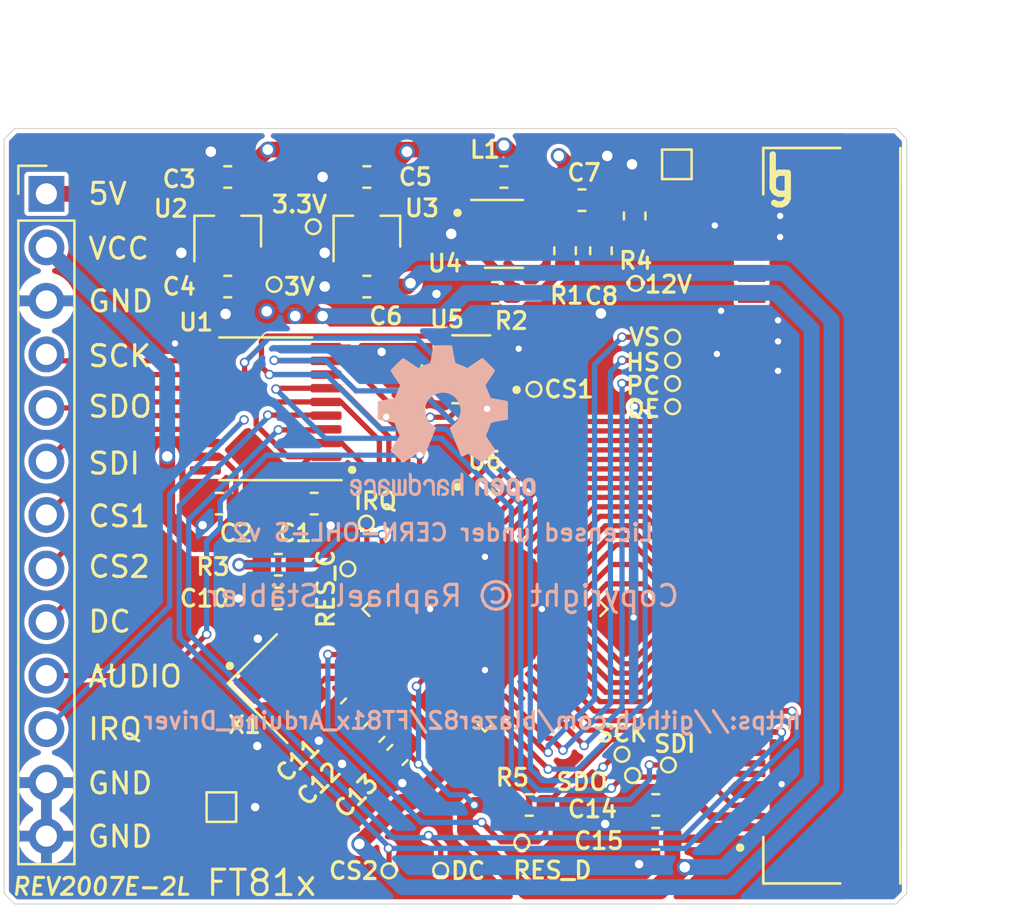
<source format=kicad_pcb>
(kicad_pcb (version 20171130) (host pcbnew 5.0.2+dfsg1-1)
  (layers (0 F.Cu signal hide) (31 B.Cu signal) (34 B.Paste user hide) (35 F.Paste user hide) (36 B.SilkS user hide) (37 F.SilkS user) (38 B.Mask user hide) (39 F.Mask user hide) (44 Edge.Cuts user))
  (net 0 "")
  (net 1 +3V0)
  (net 2 GND)
  (net 3 VCC)
  (net 4 +5V)
  (net 5 +3V3)
  (net 6 +12V)
  (net 7 "Net-(C11-Pad1)")
  (net 8 DISPRES)
  (net 9 CS1)
  (net 10 CS2)
  (net 11 DC)
  (net 12 AUDIO)
  (net 13 "Net-(L1-Pad2)")
  (net 14 "Net-(R1-Pad2)")
  (net 15 "Net-(R4-Pad1)")
  (net 16 "Net-(U1-Pad1)")
  (net 17 DC_3V)
  (net 18 CS2_3V)
  (net 19 CS1_3V)
  (net 20 "Net-(U1-Pad20)")
  (net 21 B1)
  (net 22 B0)
  (net 23 "Net-(U6-Pad9)")
  (net 24 "Net-(U6-Pad10)")
  (net 25 "Net-(U6-Pad12)")
  (net 26 "Net-(U6-Pad16)")
  (net 27 "Net-(U6-Pad17)")
  (net 28 "Net-(U6-Pad23)")
  (net 29 "Net-(U6-Pad24)")
  (net 30 "Net-(U6-Pad25)")
  (net 31 "Net-(U6-Pad26)")
  (net 32 "Net-(U6-Pad28)")
  (net 33 DE)
  (net 34 VSYNC)
  (net 35 HSYNC)
  (net 36 "Net-(U6-Pad32)")
  (net 37 PCLK)
  (net 38 R7)
  (net 39 R6)
  (net 40 R5)
  (net 41 R4)
  (net 42 R3)
  (net 43 R2)
  (net 44 R1)
  (net 45 R0)
  (net 46 G7)
  (net 47 G6)
  (net 48 G5)
  (net 49 G4)
  (net 50 G3)
  (net 51 G2)
  (net 52 G1)
  (net 53 G0)
  (net 54 B7)
  (net 55 B6)
  (net 56 B5)
  (net 57 B4)
  (net 58 B3)
  (net 59 B2)
  (net 60 "Net-(U7-Pad7)")
  (net 61 "Net-(U7-Pad56)")
  (net 62 "Net-(U7-Pad55)")
  (net 63 "Net-(U7-Pad54)")
  (net 64 "Net-(U7-Pad53)")
  (net 65 "Net-(U7-Pad52)")
  (net 66 "Net-(U7-Pad51)")
  (net 67 FTRES)
  (net 68 IRQ)
  (net 69 SCK)
  (net 70 SDI)
  (net 71 SDO)
  (net 72 SCK_3V)
  (net 73 SDI_3V)
  (net 74 SDO_3V)
  (net 75 SDI_BUFFER)
  (net 76 IRQ_3V)
  (module Symbol:OSHW-Logo2_9.8x8mm_SilkScreen (layer B.Cu) (at 131 62 180)
    (fp_text reference "OSHW Logo" hide)
    (fp_text value OSHW-Logo2_9.8x8mm_SilkScreen hide)
  )
  (module Capacitor_SMD:C_0603_1608Metric (layer F.Cu) (at 124.9 65.8)
    (fp_text reference C1 (at -0.9 1.4) (layer F.SilkS) (effects (font (size 0.8 0.8))))
    (fp_text value 100nF)
    (pad 1 smd roundrect (at -0.7875 0) (size 0.875 0.95) (layers F.Cu F.Paste F.Mask) (net 1 +3V0))
    (pad 2 smd roundrect (at 0.7875 0) (size 0.875 0.95) (layers F.Cu F.Paste F.Mask) (net 2 GND))
  )
  (module Capacitor_SMD:C_0603_1608Metric (layer F.Cu) (at 120.4 65.8 180)
    (fp_text reference C2 (at -0.8 -1.4) (layer F.SilkS) (effects (font (size 0.8 0.8))))
    (fp_text value 100nF)
    (pad 1 smd roundrect (at -0.7875 0 180) (size 0.875 0.95) (layers F.Cu F.Paste F.Mask) (net 3 VCC))
    (pad 2 smd roundrect (at 0.7875 0 180) (size 0.875 0.95) (layers F.Cu F.Paste F.Mask) (net 2 GND))
  )
  (module Capacitor_SMD:C_0603_1608Metric (layer F.Cu) (at 120.8 50.3 180)
    (fp_text reference C3 (at 2.3 -0.1) (layer F.SilkS) (effects (font (size 0.8 0.8))))
    (fp_text value 10µF)
    (pad 2 smd roundrect (at 0.7875 0 180) (size 0.875 0.95) (layers F.Cu F.Paste F.Mask) (net 2 GND))
    (pad 1 smd roundrect (at -0.7875 0 180) (size 0.875 0.95) (layers F.Cu F.Paste F.Mask) (net 4 +5V))
  )
  (module Capacitor_SMD:C_0603_1608Metric (layer F.Cu) (at 120.8 55.5 180)
    (fp_text reference C4 (at 2.3 0) (layer F.SilkS) (effects (font (size 0.8 0.8))))
    (fp_text value 10µF)
    (pad 1 smd roundrect (at -0.7875 0 180) (size 0.875 0.95) (layers F.Cu F.Paste F.Mask) (net 1 +3V0))
    (pad 2 smd roundrect (at 0.7875 0 180) (size 0.875 0.95) (layers F.Cu F.Paste F.Mask) (net 2 GND))
  )
  (module Capacitor_SMD:C_0603_1608Metric (layer F.Cu) (at 127.4 50.3 180)
    (fp_text reference C5 (at -2.3 0) (layer F.SilkS) (effects (font (size 0.8 0.8))))
    (fp_text value 10µF)
    (pad 2 smd roundrect (at 0.7875 0 180) (size 0.875 0.95) (layers F.Cu F.Paste F.Mask) (net 2 GND))
    (pad 1 smd roundrect (at -0.7875 0 180) (size 0.875 0.95) (layers F.Cu F.Paste F.Mask) (net 4 +5V))
  )
  (module Capacitor_SMD:C_0603_1608Metric (layer F.Cu) (at 127.4 55.5 180)
    (fp_text reference C6 (at -0.9 -1.4) (layer F.SilkS) (effects (font (size 0.8 0.8))))
    (fp_text value 10µF)
    (pad 1 smd roundrect (at -0.7875 0 180) (size 0.875 0.95) (layers F.Cu F.Paste F.Mask) (net 5 +3V3))
    (pad 2 smd roundrect (at 0.7875 0 180) (size 0.875 0.95) (layers F.Cu F.Paste F.Mask) (net 2 GND))
  )
  (module Capacitor_SMD:C_0603_1608Metric (layer F.Cu) (at 137.6 51.4)
    (fp_text reference C7 (at 0.1 -1.3) (layer F.SilkS) (effects (font (size 0.8 0.8))))
    (fp_text value 1µF)
    (pad 2 smd roundrect (at 0.7875 0) (size 0.875 0.95) (layers F.Cu F.Paste F.Mask) (net 2 GND))
    (pad 1 smd roundrect (at -0.7875 0) (size 0.875 0.95) (layers F.Cu F.Paste F.Mask) (net 4 +5V))
  )
  (module Capacitor_SMD:C_0603_1608Metric (layer F.Cu) (at 138.5 53.8 270)
    (fp_text reference C8 (at 2.15 -0.025 180) (layer F.SilkS) (effects (font (size 0.8 0.8))))
    (fp_text value 4.7µF)
    (pad 2 smd roundrect (at 0.7875 0 270) (size 0.875 0.95) (layers F.Cu F.Paste F.Mask) (net 2 GND))
    (pad 1 smd roundrect (at -0.7875 0 270) (size 0.875 0.95) (layers F.Cu F.Paste F.Mask) (net 6 +12V))
  )
  (module Capacitor_SMD:C_0603_1608Metric (layer F.Cu) (at 129.5 59.4 90)
    (fp_text reference C9 (at -2.2 0 180) (layer F.SilkS) (effects (font (size 0.8 0.8))))
    (fp_text value 100nF)
    (pad 1 smd roundrect (at -0.7875 0 90) (size 0.875 0.95) (layers F.Cu F.Paste F.Mask) (net 1 +3V0))
    (pad 2 smd roundrect (at 0.7875 0 90) (size 0.875 0.95) (layers F.Cu F.Paste F.Mask) (net 2 GND))
  )
  (module Capacitor_SMD:C_0603_1608Metric (layer F.Cu) (at 123.2 70.3 180)
    (fp_text reference C10 (at 3.5 0) (layer F.SilkS) (effects (font (size 0.8 0.8))))
    (fp_text value 100nF)
    (pad 2 smd roundrect (at 0.7875 0 180) (size 0.875 0.95) (layers F.Cu F.Paste F.Mask) (net 2 GND))
    (pad 1 smd roundrect (at -0.7875 0 180) (size 0.875 0.95) (layers F.Cu F.Paste F.Mask) (net 67 FTRES))
  )
  (module Capacitor_SMD:C_0603_1608Metric (layer F.Cu) (at 126.65 75.525 225)
    (fp_text reference C11 (at 3.531998 0.045962 225) (layer F.SilkS) (effects (font (size 0.8 0.8))))
    (fp_text value 4.7µF)
    (pad 1 smd roundrect (at -0.787501 0 225) (size 0.875 0.95) (layers F.Cu F.Paste F.Mask) (net 7 "Net-(C11-Pad1)"))
    (pad 2 smd roundrect (at 0.787501 0 225) (size 0.875 0.95) (layers F.Cu F.Paste F.Mask) (net 2 GND))
  )
  (module Capacitor_SMD:C_0603_1608Metric (layer F.Cu) (at 127.75 76.625 225)
    (fp_text reference C12 (at 3.60978 0.109602 225) (layer F.SilkS) (effects (font (size 0.8 0.8))))
    (fp_text value 10µF)
    (pad 1 smd roundrect (at -0.787501 0 225) (size 0.875 0.95) (layers F.Cu F.Paste F.Mask) (net 5 +3V3))
    (pad 2 smd roundrect (at 0.787501 0 225) (size 0.875 0.95) (layers F.Cu F.Paste F.Mask) (net 2 GND))
  )
  (module Capacitor_SMD:C_0603_1608Metric (layer F.Cu) (at 128.85 77.725 225)
    (fp_text reference C13 (at 2.761252 -0.003536 225) (layer F.SilkS) (effects (font (size 0.8 0.8))))
    (fp_text value 100nF)
    (pad 2 smd roundrect (at 0.787501 0 225) (size 0.875 0.95) (layers F.Cu F.Paste F.Mask) (net 2 GND))
    (pad 1 smd roundrect (at -0.787501 0 225) (size 0.875 0.95) (layers F.Cu F.Paste F.Mask) (net 1 +3V0))
  )
  (module Capacitor_SMD:C_0603_1608Metric (layer F.Cu) (at 141.1 80.1 180)
    (fp_text reference C14 (at 3 -0.2) (layer F.SilkS) (effects (font (size 0.8 0.8))))
    (fp_text value 100nF)
    (pad 1 smd roundrect (at -0.7875 0 180) (size 0.875 0.95) (layers F.Cu F.Paste F.Mask) (net 1 +3V0))
    (pad 2 smd roundrect (at 0.7875 0 180) (size 0.875 0.95) (layers F.Cu F.Paste F.Mask) (net 2 GND))
  )
  (module Capacitor_SMD:C_0603_1608Metric (layer F.Cu) (at 141.1 81.7 180)
    (fp_text reference C15 (at 2.7 -0.1) (layer F.SilkS) (effects (font (size 0.8 0.8))))
    (fp_text value 100nF)
    (pad 2 smd roundrect (at 0.7875 0 180) (size 0.875 0.95) (layers F.Cu F.Paste F.Mask) (net 2 GND))
    (pad 1 smd roundrect (at -0.7875 0 180) (size 0.875 0.95) (layers F.Cu F.Paste F.Mask) (net 1 +3V0))
  )
  (module Inductor_SMD:L_0603_1608Metric (layer F.Cu) (at 133.9 50.3 180)
    (fp_text reference L1 (at 0.9 1.3) (layer F.SilkS) (effects (font (size 0.8 0.8))))
    (fp_text value 10µH)
    (pad 1 smd roundrect (at -0.7875 0 180) (size 0.875 0.95) (layers F.Cu F.Paste F.Mask) (net 4 +5V))
    (pad 2 smd roundrect (at 0.7875 0 180) (size 0.875 0.95) (layers F.Cu F.Paste F.Mask) (net 13 "Net-(L1-Pad2)"))
  )
  (module Resistor_SMD:R_0603_1608Metric (layer F.Cu) (at 136.8 53.8 270)
    (fp_text reference R1 (at 2.125 -0.075 180) (layer F.SilkS) (effects (font (size 0.8 0.8))))
    (fp_text value 1M)
    (pad 2 smd roundrect (at 0.7875 0 270) (size 0.875 0.95) (layers F.Cu F.Paste F.Mask) (net 14 "Net-(R1-Pad2)"))
    (pad 1 smd roundrect (at -0.7875 0 270) (size 0.875 0.95) (layers F.Cu F.Paste F.Mask) (net 6 +12V))
  )
  (module Resistor_SMD:R_0603_1608Metric (layer F.Cu) (at 133.5 55.8 180)
    (fp_text reference R2 (at -0.75 -1.325) (layer F.SilkS) (effects (font (size 0.8 0.8))))
    (fp_text value 71.5k)
    (pad 1 smd roundrect (at -0.7875 0 180) (size 0.875 0.95) (layers F.Cu F.Paste F.Mask) (net 14 "Net-(R1-Pad2)"))
    (pad 2 smd roundrect (at 0.7875 0 180) (size 0.875 0.95) (layers F.Cu F.Paste F.Mask) (net 2 GND))
  )
  (module Resistor_SMD:R_0603_1608Metric (layer F.Cu) (at 123.2 68.7 180)
    (fp_text reference R3 (at 3.1 -0.1) (layer F.SilkS) (effects (font (size 0.8 0.8))))
    (fp_text value 47k)
    (pad 1 smd roundrect (at -0.7875 0 180) (size 0.875 0.95) (layers F.Cu F.Paste F.Mask) (net 67 FTRES))
    (pad 2 smd roundrect (at 0.7875 0 180) (size 0.875 0.95) (layers F.Cu F.Paste F.Mask) (net 1 +3V0))
  )
  (module Resistor_SMD:R_0603_1608Metric (layer F.Cu) (at 140.1 52.15 270)
    (fp_text reference R4 (at 2.125 -0.05 180) (layer F.SilkS) (effects (font (size 0.8 0.8))))
    (fp_text value 100)
    (pad 2 smd roundrect (at 0.7875 0 270) (size 0.875 0.95) (layers F.Cu F.Paste F.Mask) (net 6 +12V))
    (pad 1 smd roundrect (at -0.7875 0 270) (size 0.875 0.95) (layers F.Cu F.Paste F.Mask) (net 15 "Net-(R4-Pad1)"))
  )
  (module Resistor_SMD:R_0603_1608Metric (layer F.Cu) (at 135.1 80.1 180)
    (fp_text reference R5 (at 0.8 1.3) (layer F.SilkS) (effects (font (size 0.8 0.8))))
    (fp_text value 47k)
    (pad 1 smd roundrect (at -0.7875 0 180) (size 0.875 0.95) (layers F.Cu F.Paste F.Mask) (net 8 DISPRES))
    (pad 2 smd roundrect (at 0.7875 0 180) (size 0.875 0.95) (layers F.Cu F.Paste F.Mask) (net 1 +3V0))
  )
  (module Package_SO:TSSOP-20_4.4x6.5mm_P0.65mm (layer F.Cu) (at 122.6 61.3 180)
    (fp_text reference U1 (at 3.3 4.1) (layer F.SilkS) (effects (font (size 0.8 0.8))))
    (fp_text value TXS0108E)
    (pad 1 smd roundrect (at -2.8625 -2.925 180) (size 1.475 0.4) (layers F.Cu F.Paste F.Mask) (net 16 "Net-(U1-Pad1)"))
    (pad 2 smd roundrect (at -2.8625 -2.275 180) (size 1.475 0.4) (layers F.Cu F.Paste F.Mask) (net 1 +3V0))
    (pad 3 smd roundrect (at -2.8625 -1.625 180) (size 1.475 0.4) (layers F.Cu F.Paste F.Mask) (net 76 IRQ_3V))
    (pad 4 smd roundrect (at -2.8625 -0.975 180) (size 1.475 0.4) (layers F.Cu F.Paste F.Mask) (net 17 DC_3V))
    (pad 5 smd roundrect (at -2.8625 -0.325 180) (size 1.475 0.4) (layers F.Cu F.Paste F.Mask) (net 18 CS2_3V))
    (pad 6 smd roundrect (at -2.8625 0.325 180) (size 1.475 0.4) (layers F.Cu F.Paste F.Mask) (net 19 CS1_3V))
    (pad 7 smd roundrect (at -2.8625 0.975 180) (size 1.475 0.4) (layers F.Cu F.Paste F.Mask) (net 74 SDO_3V))
    (pad 8 smd roundrect (at -2.8625 1.625 180) (size 1.475 0.4) (layers F.Cu F.Paste F.Mask) (net 73 SDI_3V))
    (pad 9 smd roundrect (at -2.8625 2.275 180) (size 1.475 0.4) (layers F.Cu F.Paste F.Mask) (net 72 SCK_3V))
    (pad 10 smd roundrect (at -2.8625 2.925 180) (size 1.475 0.4) (layers F.Cu F.Paste F.Mask) (net 1 +3V0))
    (pad 11 smd roundrect (at 2.8625 2.925 180) (size 1.475 0.4) (layers F.Cu F.Paste F.Mask) (net 2 GND))
    (pad 12 smd roundrect (at 2.8625 2.275 180) (size 1.475 0.4) (layers F.Cu F.Paste F.Mask) (net 69 SCK))
    (pad 13 smd roundrect (at 2.8625 1.625 180) (size 1.475 0.4) (layers F.Cu F.Paste F.Mask) (net 70 SDI))
    (pad 14 smd roundrect (at 2.8625 0.975 180) (size 1.475 0.4) (layers F.Cu F.Paste F.Mask) (net 71 SDO))
    (pad 15 smd roundrect (at 2.8625 0.325 180) (size 1.475 0.4) (layers F.Cu F.Paste F.Mask) (net 9 CS1))
    (pad 16 smd roundrect (at 2.8625 -0.325 180) (size 1.475 0.4) (layers F.Cu F.Paste F.Mask) (net 10 CS2))
    (pad 17 smd roundrect (at 2.8625 -0.975 180) (size 1.475 0.4) (layers F.Cu F.Paste F.Mask) (net 11 DC))
    (pad 18 smd roundrect (at 2.8625 -1.625 180) (size 1.475 0.4) (layers F.Cu F.Paste F.Mask) (net 68 IRQ))
    (pad 19 smd roundrect (at 2.8625 -2.275 180) (size 1.475 0.4) (layers F.Cu F.Paste F.Mask) (net 3 VCC))
    (pad 20 smd roundrect (at 2.8625 -2.925 180) (size 1.475 0.4) (layers F.Cu F.Paste F.Mask) (net 20 "Net-(U1-Pad20)"))
  )
  (module Package_TO_SOT_SMD:SOT-23 (layer F.Cu) (at 120.8 52.9 90)
    (fp_text reference U2 (at 1.1 -2.7 180) (layer F.SilkS) (effects (font (size 0.8 0.8))))
    (fp_text value ME6210A30M3G)
    (pad 3 smd rect (at 1 0 90) (size 0.9 0.8) (layers F.Cu F.Paste F.Mask) (net 4 +5V))
    (pad 2 smd rect (at -1 0.95 90) (size 0.9 0.8) (layers F.Cu F.Paste F.Mask) (net 1 +3V0))
    (pad 1 smd rect (at -1 -0.95 90) (size 0.9 0.8) (layers F.Cu F.Paste F.Mask) (net 2 GND))
  )
  (module Package_TO_SOT_SMD:SOT-23 (layer F.Cu) (at 127.4 52.9 90)
    (fp_text reference U3 (at 1.12 2.612 180) (layer F.SilkS) (effects (font (size 0.8 0.8))))
    (fp_text value ME6210A33M3G)
    (pad 1 smd rect (at -1 -0.95 90) (size 0.9 0.8) (layers F.Cu F.Paste F.Mask) (net 2 GND))
    (pad 2 smd rect (at -1 0.95 90) (size 0.9 0.8) (layers F.Cu F.Paste F.Mask) (net 5 +3V3))
    (pad 3 smd rect (at 1 0 90) (size 0.9 0.8) (layers F.Cu F.Paste F.Mask) (net 4 +5V))
  )
  (module Package_TO_SOT_SMD:SOT-23-6 (layer F.Cu) (at 133.9 53)
    (fp_text reference U4 (at -2.8 1.4) (layer F.SilkS) (effects (font (size 0.8 0.8))))
    (fp_text value TLV61046ADB)
    (pad 1 smd rect (at -1.1 -0.95) (size 1.06 0.65) (layers F.Cu F.Paste F.Mask) (net 13 "Net-(L1-Pad2)"))
    (pad 2 smd rect (at -1.1 0) (size 1.06 0.65) (layers F.Cu F.Paste F.Mask) (net 2 GND))
    (pad 3 smd rect (at -1.1 0.95) (size 1.06 0.65) (layers F.Cu F.Paste F.Mask) (net 14 "Net-(R1-Pad2)"))
    (pad 4 smd rect (at 1.1 0.95) (size 1.06 0.65) (layers F.Cu F.Paste F.Mask) (net 4 +5V))
    (pad 6 smd rect (at 1.1 -0.95) (size 1.06 0.65) (layers F.Cu F.Paste F.Mask) (net 4 +5V))
    (pad 5 smd rect (at 1.1 0) (size 1.06 0.65) (layers F.Cu F.Paste F.Mask) (net 6 +12V))
  )
  (module Crystal:Crystal_SMD_3225-4Pin_3.2x2.5mm (layer F.Cu) (at 123.378858 74.576777 315)
    (fp_text reference X1 (at -0.03934 2.476345) (layer F.SilkS) (effects (font (size 0.8 0.8))))
    (fp_text value YSX321SL)
    (pad 1 smd rect (at -1.1 0.85 315) (size 1.4 1.2) (layers F.Cu F.Paste F.Mask) (net 26 "Net-(U6-Pad16)"))
    (pad 2 smd rect (at 1.1 0.85 315) (size 1.4 1.2) (layers F.Cu F.Paste F.Mask) (net 2 GND))
    (pad 3 smd rect (at 1.1 -0.85 315) (size 1.4 1.2) (layers F.Cu F.Paste F.Mask) (net 27 "Net-(U6-Pad17)"))
    (pad 4 smd rect (at -1.1 -0.85 315) (size 1.4 1.2) (layers F.Cu F.Paste F.Mask) (net 2 GND))
  )
  (module TestPoint:TestPoint_Pad_D0.5mm (layer F.Cu) (at 140.15 55.35)
    (fp_text reference TP1 hide)
    (fp_text value TestPoint)
    (pad 1 smd circle (at 0 0) (size 0.5 0.5) (layers F.Cu F.Mask) (net 6 +12V))
  )
  (module TestPoint:TestPoint_Pad_D0.5mm (layer F.Cu) (at 124.86 52.66)
    (fp_text reference TP3 hide)
    (fp_text value TestPoint)
    (pad 1 smd circle (at 0 0) (size 0.5 0.5) (layers F.Cu F.Mask) (net 5 +3V3))
  )
  (module TestPoint:TestPoint_Pad_D0.5mm (layer F.Cu) (at 123 55.4)
    (fp_text reference TP5 hide)
    (fp_text value TestPoint)
    (pad 1 smd circle (at 0 0) (size 0.5 0.5) (layers F.Cu F.Mask) (net 1 +3V0))
  )
  (module TestPoint:TestPoint_Pad_1.0x1.0mm (layer F.Cu) (at 120.5 80.2)
    (fp_text reference TP2 hide)
    (fp_text value TestPoint)
    (pad 1 smd rect (at 0 0) (size 1 1) (layers F.Cu F.Mask) (net 2 GND))
  )
  (module TestPoint:TestPoint_Pad_1.0x1.0mm (layer F.Cu) (at 142.1 49.7)
    (fp_text reference TP4 hide)
    (fp_text value TestPoint)
    (pad 1 smd rect (at 0 0) (size 1 1) (layers F.Cu F.Mask) (net 2 GND))
  )
  (module TestPoint:TestPoint_Pad_D0.5mm (layer F.Cu) (at 139.5 77.7)
    (fp_text reference TP6 hide)
    (fp_text value TestPoint)
    (pad 1 smd circle (at 0 0) (size 0.5 0.5) (layers F.Cu F.Mask) (net 72 SCK_3V))
  )
  (module TestPoint:TestPoint_Pad_D0.5mm (layer F.Cu) (at 135.325 60.375)
    (fp_text reference TP8 hide)
    (fp_text value TestPoint)
    (pad 1 smd circle (at 0 0) (size 0.5 0.5) (layers F.Cu F.Mask) (net 19 CS1_3V))
  )
  (module TestPoint:TestPoint_Pad_D0.5mm (layer F.Cu) (at 128.45 83.225)
    (fp_text reference TP10 hide)
    (fp_text value TestPoint)
    (pad 1 smd circle (at 0 0) (size 0.5 0.5) (layers F.Cu F.Mask) (net 18 CS2_3V))
  )
  (module TestPoint:TestPoint_Pad_D0.5mm (layer F.Cu) (at 130.9 83.2)
    (fp_text reference TP12 hide)
    (fp_text value TestPoint)
    (pad 1 smd circle (at 0 0) (size 0.5 0.5) (layers F.Cu F.Mask) (net 17 DC_3V))
  )
  (module TestPoint:TestPoint_Pad_D0.5mm (layer F.Cu) (at 140 78.7)
    (fp_text reference TP14 hide)
    (fp_text value TestPoint)
    (pad 1 smd circle (at 0 0) (size 0.5 0.5) (layers F.Cu F.Mask) (net 73 SDI_3V))
  )
  (module TestPoint:TestPoint_Pad_D0.5mm (layer F.Cu) (at 141.7 78.2)
    (fp_text reference TP16 hide)
    (fp_text value TestPoint)
    (pad 1 smd circle (at 0 0) (size 0.5 0.5) (layers F.Cu F.Mask) (net 74 SDO_3V))
  )
  (module TestPoint:TestPoint_Pad_D0.5mm (layer F.Cu) (at 141.9 61.2)
    (fp_text reference TP7 hide)
    (fp_text value TestPoint)
    (pad 1 smd circle (at 0 0) (size 0.5 0.5) (layers F.Cu F.Mask) (net 33 DE))
  )
  (module TestPoint:TestPoint_Pad_D0.5mm (layer F.Cu) (at 141.9 59)
    (fp_text reference TP9 hide)
    (fp_text value TestPoint)
    (pad 1 smd circle (at 0 0) (size 0.5 0.5) (layers F.Cu F.Mask) (net 35 HSYNC))
  )
  (module TestPoint:TestPoint_Pad_D0.5mm (layer F.Cu) (at 141.9 57.9)
    (fp_text reference TP11 hide)
    (fp_text value TestPoint)
    (pad 1 smd circle (at 0 0) (size 0.5 0.5) (layers F.Cu F.Mask) (net 34 VSYNC))
  )
  (module TestPoint:TestPoint_Pad_D0.5mm (layer F.Cu) (at 141.9 60.1)
    (fp_text reference TP13 hide)
    (fp_text value TestPoint)
    (pad 1 smd circle (at 0 0) (size 0.5 0.5) (layers F.Cu F.Mask) (net 37 PCLK))
  )
  (module Connector_PinHeader_2.54mm:PinHeader_1x13_P2.54mm_Vertical (layer F.Cu) (at 112.2 51.1)
    (fp_text reference J1 hide)
    (fp_text value Conn_01x13_Male)
    (pad 1 thru_hole rect (at 0 0) (size 1.7 1.7) (drill 1) (layers *.Cu *.Mask) (net 4 +5V))
    (pad 2 thru_hole oval (at 0 2.54) (size 1.7 1.7) (drill 1) (layers *.Cu *.Mask) (net 3 VCC))
    (pad 3 thru_hole oval (at 0 5.08) (size 1.7 1.7) (drill 1) (layers *.Cu *.Mask) (net 2 GND))
    (pad 4 thru_hole oval (at 0 7.62) (size 1.7 1.7) (drill 1) (layers *.Cu *.Mask) (net 69 SCK))
    (pad 5 thru_hole oval (at 0 10.16) (size 1.7 1.7) (drill 1) (layers *.Cu *.Mask) (net 70 SDI))
    (pad 6 thru_hole oval (at 0 12.7) (size 1.7 1.7) (drill 1) (layers *.Cu *.Mask) (net 71 SDO))
    (pad 7 thru_hole oval (at 0 15.24) (size 1.7 1.7) (drill 1) (layers *.Cu *.Mask) (net 9 CS1))
    (pad 8 thru_hole oval (at 0 17.78) (size 1.7 1.7) (drill 1) (layers *.Cu *.Mask) (net 10 CS2))
    (pad 9 thru_hole oval (at 0 20.32) (size 1.7 1.7) (drill 1) (layers *.Cu *.Mask) (net 11 DC))
    (pad 10 thru_hole oval (at 0 22.86) (size 1.7 1.7) (drill 1) (layers *.Cu *.Mask) (net 12 AUDIO))
    (pad 11 thru_hole oval (at 0 25.4) (size 1.7 1.7) (drill 1) (layers *.Cu *.Mask) (net 68 IRQ))
    (pad 12 thru_hole oval (at 0 27.94) (size 1.7 1.7) (drill 1) (layers *.Cu *.Mask) (net 2 GND))
    (pad 13 thru_hole oval (at 0 30.48) (size 1.7 1.7) (drill 1) (layers *.Cu *.Mask) (net 2 GND))
  )
  (module Package_TO_SOT_SMD:SOT-23-5 (layer F.Cu) (at 132.35 59.425 180)
    (fp_text reference U5 (at 1.15 2.375) (layer F.SilkS) (effects (font (size 0.8 0.8))))
    (fp_text value NC7SZ125)
    (pad 1 smd rect (at -1.1 -0.95 180) (size 1.06 0.65) (layers F.Cu F.Paste F.Mask) (net 19 CS1_3V))
    (pad 2 smd rect (at -1.1 0 180) (size 1.06 0.65) (layers F.Cu F.Paste F.Mask) (net 75 SDI_BUFFER))
    (pad 3 smd rect (at -1.1 0.95 180) (size 1.06 0.65) (layers F.Cu F.Paste F.Mask) (net 2 GND))
    (pad 4 smd rect (at 1.1 0.95 180) (size 1.06 0.65) (layers F.Cu F.Paste F.Mask) (net 73 SDI_3V))
    (pad 5 smd rect (at 1.1 -0.95 180) (size 1.06 0.65) (layers F.Cu F.Paste F.Mask) (net 1 +3V0))
  )
  (module Package_DFN_QFN:QFN-56-1EP_8x8mm_P0.5mm_EP5.6x5.6mm (layer F.Cu) (at 133 70.8 315)
    (fp_text reference U6 (at -4.985103 -4.985103) (layer F.SilkS) (effects (font (size 0.8 0.8))))
    (fp_text value FT813)
    (pad 1 smd roundrect (at -3.9375 -3.25 315) (size 0.875 0.25) (layers F.Cu F.Paste F.Mask) (net 21 B1))
    (pad 2 smd roundrect (at -3.9375 -2.75 315) (size 0.875 0.25) (layers F.Cu F.Paste F.Mask) (net 22 B0))
    (pad 3 smd roundrect (at -3.9375 -2.25 315) (size 0.875 0.25) (layers F.Cu F.Paste F.Mask) (net 12 AUDIO))
    (pad 4 smd roundrect (at -3.9375 -1.75 315) (size 0.875 0.25) (layers F.Cu F.Paste F.Mask) (net 2 GND))
    (pad 5 smd roundrect (at -3.937499 -1.25 315) (size 0.875 0.25) (layers F.Cu F.Paste F.Mask) (net 72 SCK_3V))
    (pad 6 smd roundrect (at -3.9375 -0.75 315) (size 0.875 0.25) (layers F.Cu F.Paste F.Mask) (net 75 SDI_BUFFER))
    (pad 7 smd roundrect (at -3.9375 -0.25 315) (size 0.875 0.25) (layers F.Cu F.Paste F.Mask) (net 74 SDO_3V))
    (pad 8 smd roundrect (at -3.9375 0.25 315) (size 0.875 0.25) (layers F.Cu F.Paste F.Mask) (net 19 CS1_3V))
    (pad 9 smd roundrect (at -3.9375 0.75 315) (size 0.875 0.25) (layers F.Cu F.Paste F.Mask) (net 23 "Net-(U6-Pad9)"))
    (pad 10 smd roundrect (at -3.937499 1.25 315) (size 0.875 0.25) (layers F.Cu F.Paste F.Mask) (net 24 "Net-(U6-Pad10)"))
    (pad 11 smd roundrect (at -3.9375 1.75 315) (size 0.875 0.25) (layers F.Cu F.Paste F.Mask) (net 1 +3V0))
    (pad 12 smd roundrect (at -3.9375 2.25 315) (size 0.875 0.25) (layers F.Cu F.Paste F.Mask) (net 25 "Net-(U6-Pad12)"))
    (pad 13 smd roundrect (at -3.9375 2.75 315) (size 0.875 0.25) (layers F.Cu F.Paste F.Mask) (net 76 IRQ_3V))
    (pad 14 smd roundrect (at -3.9375 3.25 315) (size 0.875 0.25) (layers F.Cu F.Paste F.Mask) (net 67 FTRES))
    (pad 15 smd roundrect (at -3.25 3.9375 315) (size 0.25 0.875) (layers F.Cu F.Paste F.Mask) (net 8 DISPRES))
    (pad 16 smd roundrect (at -2.75 3.9375 315) (size 0.25 0.875) (layers F.Cu F.Paste F.Mask) (net 26 "Net-(U6-Pad16)"))
    (pad 17 smd roundrect (at -2.25 3.9375 315) (size 0.25 0.875) (layers F.Cu F.Paste F.Mask) (net 27 "Net-(U6-Pad17)"))
    (pad 18 smd roundrect (at -1.75 3.9375 315) (size 0.25 0.875) (layers F.Cu F.Paste F.Mask) (net 2 GND))
    (pad 19 smd roundrect (at -1.25 3.937499 315) (size 0.25 0.875) (layers F.Cu F.Paste F.Mask) (net 5 +3V3))
    (pad 20 smd roundrect (at -0.75 3.9375 315) (size 0.25 0.875) (layers F.Cu F.Paste F.Mask) (net 7 "Net-(C11-Pad1)"))
    (pad 21 smd roundrect (at -0.25 3.9375 315) (size 0.25 0.875) (layers F.Cu F.Paste F.Mask) (net 5 +3V3))
    (pad 22 smd roundrect (at 0.25 3.9375 315) (size 0.25 0.875) (layers F.Cu F.Paste F.Mask) (net 1 +3V0))
    (pad 23 smd roundrect (at 0.75 3.9375 315) (size 0.25 0.875) (layers F.Cu F.Paste F.Mask) (net 28 "Net-(U6-Pad23)"))
    (pad 24 smd roundrect (at 1.25 3.937499 315) (size 0.25 0.875) (layers F.Cu F.Paste F.Mask) (net 29 "Net-(U6-Pad24)"))
    (pad 25 smd roundrect (at 1.75 3.9375 315) (size 0.25 0.875) (layers F.Cu F.Paste F.Mask) (net 30 "Net-(U6-Pad25)"))
    (pad 26 smd roundrect (at 2.25 3.9375 315) (size 0.25 0.875) (layers F.Cu F.Paste F.Mask) (net 31 "Net-(U6-Pad26)"))
    (pad 27 smd roundrect (at 2.75 3.9375 315) (size 0.25 0.875) (layers F.Cu F.Paste F.Mask) (net 2 GND))
    (pad 28 smd roundrect (at 3.25 3.9375 315) (size 0.25 0.875) (layers F.Cu F.Paste F.Mask) (net 32 "Net-(U6-Pad28)"))
    (pad 29 smd roundrect (at 3.9375 3.25 315) (size 0.875 0.25) (layers F.Cu F.Paste F.Mask) (net 33 DE))
    (pad 30 smd roundrect (at 3.9375 2.75 315) (size 0.875 0.25) (layers F.Cu F.Paste F.Mask) (net 34 VSYNC))
    (pad 31 smd roundrect (at 3.9375 2.25 315) (size 0.875 0.25) (layers F.Cu F.Paste F.Mask) (net 35 HSYNC))
    (pad 32 smd roundrect (at 3.9375 1.75 315) (size 0.875 0.25) (layers F.Cu F.Paste F.Mask) (net 36 "Net-(U6-Pad32)"))
    (pad 33 smd roundrect (at 3.937499 1.25 315) (size 0.875 0.25) (layers F.Cu F.Paste F.Mask) (net 37 PCLK))
    (pad 34 smd roundrect (at 3.9375 0.75 315) (size 0.875 0.25) (layers F.Cu F.Paste F.Mask) (net 38 R7))
    (pad 35 smd roundrect (at 3.9375 0.25 315) (size 0.875 0.25) (layers F.Cu F.Paste F.Mask) (net 39 R6))
    (pad 36 smd roundrect (at 3.9375 -0.25 315) (size 0.875 0.25) (layers F.Cu F.Paste F.Mask) (net 40 R5))
    (pad 37 smd roundrect (at 3.9375 -0.75 315) (size 0.875 0.25) (layers F.Cu F.Paste F.Mask) (net 41 R4))
    (pad 38 smd roundrect (at 3.937499 -1.25 315) (size 0.875 0.25) (layers F.Cu F.Paste F.Mask) (net 42 R3))
    (pad 39 smd roundrect (at 3.9375 -1.75 315) (size 0.875 0.25) (layers F.Cu F.Paste F.Mask) (net 43 R2))
    (pad 40 smd roundrect (at 3.9375 -2.25 315) (size 0.875 0.25) (layers F.Cu F.Paste F.Mask) (net 44 R1))
    (pad 41 smd roundrect (at 3.9375 -2.75 315) (size 0.875 0.25) (layers F.Cu F.Paste F.Mask) (net 45 R0))
    (pad 42 smd roundrect (at 3.9375 -3.25 315) (size 0.875 0.25) (layers F.Cu F.Paste F.Mask) (net 2 GND))
    (pad 43 smd roundrect (at 3.25 -3.9375 315) (size 0.25 0.875) (layers F.Cu F.Paste F.Mask) (net 46 G7))
    (pad 44 smd roundrect (at 2.75 -3.9375 315) (size 0.25 0.875) (layers F.Cu F.Paste F.Mask) (net 47 G6))
    (pad 45 smd roundrect (at 2.25 -3.9375 315) (size 0.25 0.875) (layers F.Cu F.Paste F.Mask) (net 48 G5))
    (pad 46 smd roundrect (at 1.75 -3.9375 315) (size 0.25 0.875) (layers F.Cu F.Paste F.Mask) (net 49 G4))
    (pad 47 smd roundrect (at 1.25 -3.937499 315) (size 0.25 0.875) (layers F.Cu F.Paste F.Mask) (net 50 G3))
    (pad 48 smd roundrect (at 0.75 -3.9375 315) (size 0.25 0.875) (layers F.Cu F.Paste F.Mask) (net 51 G2))
    (pad 49 smd roundrect (at 0.25 -3.9375 315) (size 0.25 0.875) (layers F.Cu F.Paste F.Mask) (net 52 G1))
    (pad 50 smd roundrect (at -0.25 -3.9375 315) (size 0.25 0.875) (layers F.Cu F.Paste F.Mask) (net 53 G0))
    (pad 51 smd roundrect (at -0.75 -3.9375 315) (size 0.25 0.875) (layers F.Cu F.Paste F.Mask) (net 54 B7))
    (pad 52 smd roundrect (at -1.25 -3.937499 315) (size 0.25 0.875) (layers F.Cu F.Paste F.Mask) (net 55 B6))
    (pad 53 smd roundrect (at -1.75 -3.9375 315) (size 0.25 0.875) (layers F.Cu F.Paste F.Mask) (net 56 B5))
    (pad 54 smd roundrect (at -2.25 -3.9375 315) (size 0.25 0.875) (layers F.Cu F.Paste F.Mask) (net 57 B4))
    (pad 55 smd roundrect (at -2.75 -3.9375 315) (size 0.25 0.875) (layers F.Cu F.Paste F.Mask) (net 58 B3))
    (pad 56 smd roundrect (at -3.25 -3.9375 315) (size 0.25 0.875) (layers F.Cu F.Paste F.Mask) (net 59 B2))
    (pad 57 smd rect (at 0 0 315) (size 5.6 5.6) (layers F.Cu F.Mask) (net 2 GND))
  )
  (module "kicad:HRS_FH28-60S-0.5SH(05)" (layer F.Cu) (at 145.65 66.375 90)
    (fp_text reference U7 hide)
    (fp_text value ER-TFT040-2)
    (pad 1 smd rect (at -14.75 0 90) (size 0.3 1.3) (layers F.Cu F.Mask) (net 1 +3V0))
    (pad 2 smd rect (at -14.25 0 90) (size 0.3 1.3) (layers F.Cu F.Mask) (net 1 +3V0))
    (pad 3 smd rect (at -13.75 0 90) (size 0.3 1.3) (layers F.Cu F.Mask) (net 1 +3V0))
    (pad 4 smd rect (at -13.25 0 90) (size 0.3 1.3) (layers F.Cu F.Mask) (net 2 GND))
    (pad 5 smd rect (at -12.75 0 90) (size 0.3 1.3) (layers F.Cu F.Mask) (net 2 GND))
    (pad 6 smd rect (at -12.25 0 90) (size 0.3 1.3) (layers F.Cu F.Mask) (net 1 +3V0))
    (pad 7 smd rect (at -11.75 0 90) (size 0.3 1.3) (layers F.Cu F.Mask) (net 60 "Net-(U7-Pad7)"))
    (pad 8 smd rect (at -11.25 0 90) (size 0.3 1.3) (layers F.Cu F.Mask) (net 73 SDI_3V))
    (pad 9 smd rect (at -10.75 0 90) (size 0.3 1.3) (layers F.Cu F.Mask) (net 74 SDO_3V))
    (pad 10 smd rect (at -10.25 0 90) (size 0.3 1.3) (layers F.Cu F.Mask) (net 17 DC_3V))
    (pad 11 smd rect (at -9.75 0 90) (size 0.3 1.3) (layers F.Cu F.Mask) (net 72 SCK_3V))
    (pad 12 smd rect (at -9.25 0 90) (size 0.3 1.3) (layers F.Cu F.Mask) (net 18 CS2_3V))
    (pad 13 smd rect (at -8.75 0 90) (size 0.3 1.3) (layers F.Cu F.Mask) (net 8 DISPRES))
    (pad 14 smd rect (at -8.25 0 90) (size 0.3 1.3) (layers F.Cu F.Mask) (net 38 R7))
    (pad 15 smd rect (at -7.75 0 90) (size 0.3 1.3) (layers F.Cu F.Mask) (net 39 R6))
    (pad 16 smd rect (at -7.25 0 90) (size 0.3 1.3) (layers F.Cu F.Mask) (net 40 R5))
    (pad 17 smd rect (at -6.75 0 90) (size 0.3 1.3) (layers F.Cu F.Mask) (net 41 R4))
    (pad 18 smd rect (at -6.25 0 90) (size 0.3 1.3) (layers F.Cu F.Mask) (net 42 R3))
    (pad 19 smd rect (at -5.75 0 90) (size 0.3 1.3) (layers F.Cu F.Mask) (net 43 R2))
    (pad 20 smd rect (at -5.25 0 90) (size 0.3 1.3) (layers F.Cu F.Mask) (net 44 R1))
    (pad 21 smd rect (at -4.75 0 90) (size 0.3 1.3) (layers F.Cu F.Mask) (net 45 R0))
    (pad 22 smd rect (at -4.25 0 90) (size 0.3 1.3) (layers F.Cu F.Mask) (net 46 G7))
    (pad 23 smd rect (at -3.75 0 90) (size 0.3 1.3) (layers F.Cu F.Mask) (net 47 G6))
    (pad 24 smd rect (at -3.25 0 90) (size 0.3 1.3) (layers F.Cu F.Mask) (net 48 G5))
    (pad 25 smd rect (at -2.75 0 90) (size 0.3 1.3) (layers F.Cu F.Mask) (net 49 G4))
    (pad 26 smd rect (at -2.25 0 90) (size 0.3 1.3) (layers F.Cu F.Mask) (net 50 G3))
    (pad 27 smd rect (at -1.75 0 90) (size 0.3 1.3) (layers F.Cu F.Mask) (net 51 G2))
    (pad 28 smd rect (at -1.25 0 90) (size 0.3 1.3) (layers F.Cu F.Mask) (net 52 G1))
    (pad 29 smd rect (at -0.75 0 90) (size 0.3 1.3) (layers F.Cu F.Mask) (net 53 G0))
    (pad 30 smd rect (at -0.25 0 90) (size 0.3 1.3) (layers F.Cu F.Mask) (net 54 B7))
    (pad 31 smd rect (at 0.25 0 90) (size 0.3 1.3) (layers F.Cu F.Mask) (net 55 B6))
    (pad 32 smd rect (at 0.75 0 90) (size 0.3 1.3) (layers F.Cu F.Mask) (net 56 B5))
    (pad 33 smd rect (at 1.25 0 90) (size 0.3 1.3) (layers F.Cu F.Mask) (net 57 B4))
    (pad 34 smd rect (at 1.75 0 90) (size 0.3 1.3) (layers F.Cu F.Mask) (net 58 B3))
    (pad 35 smd rect (at 2.25 0 90) (size 0.3 1.3) (layers F.Cu F.Mask) (net 59 B2))
    (pad 36 smd rect (at 2.75 0 90) (size 0.3 1.3) (layers F.Cu F.Mask) (net 21 B1))
    (pad 37 smd rect (at 3.25 0 90) (size 0.3 1.3) (layers F.Cu F.Mask) (net 22 B0))
    (pad 38 smd rect (at 3.75 0 90) (size 0.3 1.3) (layers F.Cu F.Mask) (net 2 GND))
    (pad 39 smd rect (at 4.25 0 90) (size 0.3 1.3) (layers F.Cu F.Mask) (net 33 DE))
    (pad 40 smd rect (at 4.75 0 90) (size 0.3 1.3) (layers F.Cu F.Mask) (net 37 PCLK))
    (pad 41 smd rect (at 5.25 0 90) (size 0.3 1.3) (layers F.Cu F.Mask) (net 35 HSYNC))
    (pad 42 smd rect (at 5.75 0 90) (size 0.3 1.3) (layers F.Cu F.Mask) (net 34 VSYNC))
    (pad 43 smd rect (at 6.25 0 90) (size 0.3 1.3) (layers F.Cu F.Mask) (net 2 GND))
    (pad 44 smd rect (at 6.75 0 90) (size 0.3 1.3) (layers F.Cu F.Mask) (net 2 GND))
    (pad 45 smd rect (at 7.25 0 90) (size 0.3 1.3) (layers F.Cu F.Mask) (net 2 GND))
    (pad 46 smd rect (at 7.75 0 90) (size 0.3 1.3) (layers F.Cu F.Mask) (net 2 GND))
    (pad 47 smd rect (at 8.25 0 90) (size 0.3 1.3) (layers F.Cu F.Mask) (net 2 GND))
    (pad 48 smd rect (at 8.75 0 90) (size 0.3 1.3) (layers F.Cu F.Mask) (net 2 GND))
    (pad 49 smd rect (at 9.25 0 90) (size 0.3 1.3) (layers F.Cu F.Mask) (net 2 GND))
    (pad 50 smd rect (at 9.75 0 90) (size 0.3 1.3) (layers F.Cu F.Mask) (net 2 GND))
    (pad 51 smd rect (at 10.25 0 90) (size 0.3 1.3) (layers F.Cu F.Mask) (net 66 "Net-(U7-Pad51)"))
    (pad 52 smd rect (at 10.75 0 90) (size 0.3 1.3) (layers F.Cu F.Mask) (net 65 "Net-(U7-Pad52)"))
    (pad 53 smd rect (at 11.25 0 90) (size 0.3 1.3) (layers F.Cu F.Mask) (net 64 "Net-(U7-Pad53)"))
    (pad 54 smd rect (at 11.75 0 90) (size 0.3 1.3) (layers F.Cu F.Mask) (net 63 "Net-(U7-Pad54)"))
    (pad 55 smd rect (at 12.25 0 90) (size 0.3 1.3) (layers F.Cu F.Mask) (net 62 "Net-(U7-Pad55)"))
    (pad 56 smd rect (at 12.75 0 90) (size 0.3 1.3) (layers F.Cu F.Mask) (net 61 "Net-(U7-Pad56)"))
    (pad 57 smd rect (at 13.25 0 90) (size 0.3 1.3) (layers F.Cu F.Mask) (net 2 GND))
    (pad 58 smd rect (at 13.75 0 90) (size 0.3 1.3) (layers F.Cu F.Mask) (net 2 GND))
    (pad 59 smd rect (at 14.25 0 90) (size 0.3 1.3) (layers F.Cu F.Mask) (net 2 GND))
    (pad 60 smd rect (at 14.75 0 90) (size 0.3 1.3) (layers F.Cu F.Mask) (net 15 "Net-(R4-Pad1)"))
    (pad S1 smd rect (at -16.9 5.65 90) (size 1.8 2.2) (layers F.Cu F.Paste F.Mask))
    (pad S2 smd rect (at 16.9 5.65 90) (size 1.8 2.2) (layers F.Cu F.Paste F.Mask))
  )
  (module TestPoint:TestPoint_Pad_D0.5mm (layer F.Cu) (at 134.75 81.9)
    (fp_text reference RES_D (at 1.45 1.3) (layer F.SilkS) (effects (font (size 0.8 0.8))))
    (fp_text value TestPoint)
    (pad 1 smd circle (at 0 0) (size 0.5 0.5) (layers F.Cu F.Mask) (net 8 DISPRES))
  )
  (module TestPoint:TestPoint_Pad_D0.5mm (layer F.Cu) (at 126.5 68.9)
    (fp_text reference RES_C (at -1.05 0.95 90) (layer F.SilkS) (effects (font (size 0.8 0.8))))
    (fp_text value TestPoint)
    (pad 1 smd circle (at 0 0) (size 0.5 0.5) (layers F.Cu F.Mask) (net 67 FTRES))
  )
  (module TestPoint:TestPoint_Pad_D0.5mm (layer F.Cu) (at 127.375 66.725)
    (fp_text reference IRQ (at 0.425 -1.05) (layer F.SilkS) (effects (font (size 0.8 0.8))))
    (fp_text value TestPoint)
    (pad 1 smd circle (at 0 0) (size 0.5 0.5) (layers F.Cu F.Mask) (net 76 IRQ_3V))
  )
  (gr_line (start 146.65 50.73) (end 146.65 49.23) (layer F.SilkS) (width 0.3))
  (gr_text g (at 147.04 50.42) (layer F.SilkS) (effects (font (size 1.5 1.5) (thickness 0.3))))
  (gr_line (start 110.2 84.3) (end 110.2 48.5) (layer Edge.Cuts) (width 0.05))
  (gr_line (start 110.7 84.8) (end 110.2 84.3) (layer Edge.Cuts) (width 0.05))
  (gr_line (start 152.5 84.8) (end 110.7 84.8) (layer Edge.Cuts) (width 0.05))
  (gr_line (start 153 84.3) (end 152.5 84.8) (layer Edge.Cuts) (width 0.05))
  (gr_line (start 153 48.5) (end 153 84.3) (layer Edge.Cuts) (width 0.05))
  (gr_line (start 152.5 48) (end 153 48.5) (layer Edge.Cuts) (width 0.05))
  (gr_line (start 110.7 48) (end 152.5 48) (layer Edge.Cuts) (width 0.05))
  (gr_line (start 110.2 48.5) (end 110.7 48) (layer Edge.Cuts) (width 0.05))
  (gr_circle (center 120.9 73.5) (end 121 73.5) (layer F.SilkS) (width 0.2))
  (gr_circle (center 126.7 64.2) (end 126.8 64.2) (layer F.SilkS) (width 0.2))
  (gr_circle (center 131.7 52) (end 131.8 52) (layer F.SilkS) (width 0.2))
  (gr_circle (center 134.5 60.4) (end 134.6 60.4) (layer F.SilkS) (width 0.2))
  (gr_circle (center 131.7 65) (end 131.8 65) (layer F.SilkS) (width 0.2))
  (gr_text FT81x (at 122.4 83.8) (layer F.SilkS) (effects (font (size 1.2 1.2))))
  (gr_text GND (at 114.075 81.6) (layer F.SilkS) (effects (font (size 1 1)) (justify left)))
  (gr_text GND (at 114.075 79.075) (layer F.SilkS) (effects (font (size 1 1)) (justify left)))
  (gr_text REV2007E-2L (at 110.5 83.975) (layer F.SilkS) (effects (font (size 0.8 0.8) (thickness 0.15) italic) (justify left)))
  (gr_text DC (at 132.2 83.225) (layer F.SilkS) (effects (font (size 0.8 0.8))))
  (gr_text CS2 (at 126.775 83.225) (layer F.SilkS) (effects (font (size 0.8 0.8))))
  (gr_text https://github.com/blazer82/FT81x_Arduino_Driver (at 132.4 76.1) (layer B.SilkS) (effects (font (size 0.8 0.8)) (justify mirror)))
  (gr_text "Copyright © Raphael Stäbler" (at 131 70.175) (layer B.SilkS) (effects (font (size 1 1)) (justify mirror)))
  (gr_text "Licensed under CERN-OHL-S v2" (at 131 67.175) (layer B.SilkS) (effects (font (size 0.8 0.8)) (justify mirror)))
  (gr_text SDO (at 137.6 79) (layer F.SilkS) (effects (font (size 0.8 0.8))))
  (gr_text SDI (at 142 77.2) (layer F.SilkS) (effects (font (size 0.8 0.8))))
  (gr_text SCK (at 139.5 76.7) (layer F.SilkS) (effects (font (size 0.8 0.8))))
  (gr_text CS1 (at 135.725 60.375) (layer F.SilkS) (effects (font (size 0.8 0.8)) (justify left)))
  (gr_text DE (at 141.4 61.3) (layer F.SilkS) (effects (font (size 0.8 0.8)) (justify right)))
  (gr_text PC (at 141.4 60.2) (layer F.SilkS) (effects (font (size 0.8 0.8)) (justify right)))
  (gr_text HS (at 141.4 59.1) (layer F.SilkS) (effects (font (size 0.8 0.8)) (justify right)))
  (gr_text VS (at 141.4 57.9) (layer F.SilkS) (effects (font (size 0.8 0.8)) (justify right)))
  (gr_text 12V (at 141.7 55.4) (layer F.SilkS) (effects (font (size 0.8 0.8))))
  (gr_text 3.3V (at 124.2 51.6) (layer F.SilkS) (effects (font (size 0.8 0.8))))
  (gr_text 3V (at 124.2 55.5) (layer F.SilkS) (effects (font (size 0.8 0.8))))
  (gr_text IRQ (at 114.1 76.5) (layer F.SilkS) (effects (font (size 1 1)) (justify left)))
  (gr_text 5V (at 114.1 51.1) (layer F.SilkS) (effects (font (size 1 1)) (justify left)))
  (gr_text VCC (at 114.1 53.7) (layer F.SilkS) (effects (font (size 1 1)) (justify left)))
  (gr_text GND (at 114.1 56.2) (layer F.SilkS) (effects (font (size 1 1)) (justify left)))
  (gr_text SCK (at 114.1 58.8) (layer F.SilkS) (effects (font (size 1 1)) (justify left)))
  (gr_text SDO (at 114.1 61.2) (layer F.SilkS) (effects (font (size 1 1)) (justify left)))
  (gr_text SDI (at 114.1 63.9) (layer F.SilkS) (effects (font (size 1 1)) (justify left)))
  (gr_text CS1 (at 114.1 66.4) (layer F.SilkS) (effects (font (size 1 1)) (justify left)))
  (gr_text CS2 (at 114.1 68.8) (layer F.SilkS) (effects (font (size 1 1)) (justify left)))
  (gr_text DC (at 114.1 71.4) (layer F.SilkS) (effects (font (size 1 1)) (justify left)))
  (gr_text AUDIO (at 114.1 74) (layer F.SilkS) (effects (font (size 1 1)) (justify left)))
  (segment (start 124.1125 64.1875) (end 124.1125 65.8) (width 0.25) (layer F.Cu) (net 1))
  (segment (start 124.725 63.575) (end 124.1125 64.1875) (width 0.25) (layer F.Cu) (net 1))
  (segment (start 125.4625 63.575) (end 124.725 63.575) (width 0.25) (layer F.Cu) (net 1))
  (segment (start 129.6375 60.05) (end 129.5 60.1875) (width 0.25) (layer F.Cu) (net 1))
  (segment (start 143.85 81.15) (end 143.3 81.7) (width 0.4) (layer F.Cu) (net 1))
  (segment (start 143.3 81.7) (end 141.8875 81.7) (width 0.4) (layer F.Cu) (net 1))
  (segment (start 143.75 80.65) (end 143.2 80.1) (width 0.4) (layer F.Cu) (net 1))
  (segment (start 143.2 80.1) (end 141.8875 80.1) (width 0.4) (layer F.Cu) (net 1))
  (segment (start 145.65 80.65) (end 143.75 80.65) (width 0.4) (layer F.Cu) (net 1))
  (segment (start 145.65 81.15) (end 143.85 81.15) (width 0.4) (layer F.Cu) (net 1))
  (via (at 122.65 56.675) (size 0.75) (drill 0.5) (layers F.Cu B.Cu) (net 1))
  (via (at 125.3 56.9) (size 0.75) (drill 0.5) (layers F.Cu B.Cu) (net 1))
  (segment (start 124 56.9) (end 125.3 56.9) (width 0.75) (layer F.Cu) (net 1))
  (segment (start 124.1125 66.3875) (end 123.2 67.3) (width 0.4) (layer F.Cu) (net 1))
  (segment (start 124.1125 65.8) (end 124.1125 66.3875) (width 0.4) (layer F.Cu) (net 1))
  (segment (start 141.8875 80.1) (end 141.8875 81.7) (width 0.75) (layer F.Cu) (net 1))
  (segment (start 141.8875 81.7) (end 141.8875 83.0375) (width 0.75) (layer F.Cu) (net 1))
  (segment (start 142.4625 83.0375) (end 141.8875 83.0375) (width 0.75) (layer F.Cu) (net 1))
  (via (at 142.475 83.05) (size 0.75) (drill 0.5) (layers F.Cu B.Cu) (net 1))
  (segment (start 129.6875 60.375) (end 129.5 60.1875) (width 0.25) (layer F.Cu) (net 1))
  (segment (start 131.25 60.375) (end 129.6875 60.375) (width 0.25) (layer F.Cu) (net 1))
  (segment (start 122.6 56.9) (end 124 56.9) (width 0.75) (layer F.Cu) (net 1))
  (segment (start 121.5875 56.2125) (end 121.5875 55.8875) (width 0.25) (layer F.Cu) (net 1))
  (segment (start 121.5875 55.5) (end 121.5875 55.8875) (width 0.75) (layer F.Cu) (net 1))
  (segment (start 121.75 55.3375) (end 121.5875 55.5) (width 0.75) (layer F.Cu) (net 1))
  (segment (start 121.75 53.9) (end 121.75 55.3375) (width 0.75) (layer F.Cu) (net 1))
  (segment (start 130.392544 73.76101) (end 130.392543 73.76101) (width 0.25) (layer F.Cu) (net 1))
  (segment (start 128.97833 69.253204) (end 128.97833 69.20333) (width 0.25) (layer F.Cu) (net 1))
  (segment (start 130.392544 73.76101) (end 130.392544 73.831706) (width 0.25) (layer F.Cu) (net 1))
  (segment (start 128.125 68.399874) (end 128.125 67.275) (width 0.25) (layer F.Cu) (net 1))
  (via (at 128.125 67.275) (size 0.45) (drill 0.3) (layers F.Cu B.Cu) (net 1))
  (segment (start 128.97833 69.253204) (end 128.125 68.399874) (width 0.25) (layer F.Cu) (net 1))
  (segment (start 128.3875 60.1875) (end 129.5 60.1875) (width 0.25) (layer F.Cu) (net 1))
  (segment (start 125.4625 58.375) (end 126.575 58.375) (width 0.25) (layer F.Cu) (net 1))
  (segment (start 126.575 58.375) (end 128.3875 60.1875) (width 0.25) (layer F.Cu) (net 1))
  (segment (start 122.4125 68.0875) (end 124.1125 66.3875) (width 0.4) (layer F.Cu) (net 1))
  (segment (start 122.4125 68.7) (end 122.4125 68.0875) (width 0.4) (layer F.Cu) (net 1))
  (segment (start 132.105001 58.944999) (end 131.25 59.8) (width 0.25) (layer F.Cu) (net 1))
  (segment (start 132.105001 57.889999) (end 132.105001 58.944999) (width 0.25) (layer F.Cu) (net 1))
  (segment (start 131.490001 57.274999) (end 132.105001 57.889999) (width 0.25) (layer F.Cu) (net 1))
  (segment (start 125.674999 57.274999) (end 131.490001 57.274999) (width 0.25) (layer F.Cu) (net 1))
  (segment (start 131.25 59.8) (end 131.25 60.375) (width 0.25) (layer F.Cu) (net 1))
  (segment (start 125.3 56.9) (end 125.674999 57.274999) (width 0.25) (layer F.Cu) (net 1))
  (segment (start 121.049999 60.235999) (end 121.049999 58.275001) (width 0.25) (layer F.Cu) (net 1))
  (segment (start 122.149999 61.335999) (end 121.049999 60.235999) (width 0.25) (layer F.Cu) (net 1))
  (segment (start 122.149999 62.064001) (end 122.149999 61.335999) (width 0.25) (layer F.Cu) (net 1))
  (segment (start 123.660998 63.575) (end 122.149999 62.064001) (width 0.25) (layer F.Cu) (net 1))
  (segment (start 122.275001 57.049999) (end 122.65 56.675) (width 0.25) (layer F.Cu) (net 1))
  (segment (start 121.049999 58.275001) (end 122.275001 57.049999) (width 0.25) (layer F.Cu) (net 1))
  (segment (start 125.4625 63.575) (end 123.660998 63.575) (width 0.25) (layer F.Cu) (net 1))
  (via (at 121.34 68.7) (size 0.65) (drill 0.4) (layers F.Cu B.Cu) (net 1))
  (segment (start 121.34 68.7) (end 122.4125 68.7) (width 0.45) (layer F.Cu) (net 1))
  (segment (start 121.799619 68.7) (end 121.34 68.7) (width 0.25) (layer B.Cu) (net 1))
  (segment (start 126.207002 67.275) (end 124.782002 68.7) (width 0.25) (layer B.Cu) (net 1))
  (segment (start 124.782002 68.7) (end 121.799619 68.7) (width 0.25) (layer B.Cu) (net 1))
  (segment (start 128.125 67.275) (end 126.207002 67.275) (width 0.25) (layer B.Cu) (net 1))
  (segment (start 141.4 83.525) (end 141.8875 83.0375) (width 0.45) (layer F.Cu) (net 1))
  (segment (start 132.712998 80.1) (end 132.199999 80.612999) (width 0.45) (layer F.Cu) (net 1))
  (segment (start 134.3125 80.1) (end 132.712998 80.1) (width 0.45) (layer F.Cu) (net 1))
  (segment (start 135.212999 84.250001) (end 140.674999 84.250001) (width 0.45) (layer F.Cu) (net 1))
  (segment (start 132.199999 80.612999) (end 132.199999 81.237001) (width 0.45) (layer F.Cu) (net 1))
  (segment (start 132.199999 81.237001) (end 135.212999 84.250001) (width 0.45) (layer F.Cu) (net 1))
  (segment (start 140.674999 84.250001) (end 141.4 83.525) (width 0.45) (layer F.Cu) (net 1))
  (segment (start 129.406847 77.168153) (end 129.406847 77.163153) (width 0.25) (layer F.Cu) (net 1))
  (via (at 129.751561 74.472703) (size 0.45) (drill 0.3) (layers F.Cu B.Cu) (net 1))
  (segment (start 129.716206 74.437348) (end 129.751561 74.472703) (width 0.25) (layer F.Cu) (net 1))
  (segment (start 129.751561 74.472703) (end 130.392544 73.76101) (width 0.25) (layer F.Cu) (net 1))
  (segment (start 143.275 80.1) (end 143.2 80.1) (width 0.25) (layer F.Cu) (net 1))
  (segment (start 145.65 78.625) (end 144.75 78.625) (width 0.25) (layer F.Cu) (net 1))
  (segment (start 144.07 79.445) (end 144.07 79.305) (width 0.25) (layer F.Cu) (net 1))
  (segment (start 144.75 80.125) (end 144.07 79.445) (width 0.25) (layer F.Cu) (net 1))
  (segment (start 145.65 80.125) (end 144.75 80.125) (width 0.25) (layer F.Cu) (net 1))
  (segment (start 144.75 78.625) (end 144.07 79.305) (width 0.25) (layer F.Cu) (net 1))
  (segment (start 144.07 79.305) (end 143.275 80.1) (width 0.25) (layer F.Cu) (net 1))
  (via (at 124 56.9) (size 0.75) (drill 0.5) (layers F.Cu B.Cu) (net 1))
  (segment (start 124.70001 56.30001) (end 122.35999 56.30001) (width 0.45) (layer F.Cu) (net 1))
  (segment (start 122.35999 56.30001) (end 122.18 56.48) (width 0.45) (layer F.Cu) (net 1))
  (segment (start 125.3 56.9) (end 124.70001 56.30001) (width 0.45) (layer F.Cu) (net 1))
  (segment (start 121.5875 55.8875) (end 122.18 56.48) (width 0.75) (layer F.Cu) (net 1))
  (segment (start 122.18 56.48) (end 122.6 56.9) (width 0.75) (layer F.Cu) (net 1))
  (segment (start 122.65 56.5625) (end 121.5875 55.5) (width 0.45) (layer F.Cu) (net 1))
  (segment (start 122.65 56.675) (end 122.65 56.5625) (width 0.45) (layer F.Cu) (net 1))
  (segment (start 129.406847 77.168153) (end 129.406847 77.706847) (width 0.25) (layer F.Cu) (net 1))
  (via (at 129.85 78.15) (size 0.45) (drill 0.3) (layers F.Cu B.Cu) (net 1))
  (segment (start 129.406847 77.706847) (end 129.85 78.15) (width 0.25) (layer F.Cu) (net 1))
  (segment (start 131.32 79.62) (end 129.85 78.15) (width 0.25) (layer B.Cu) (net 1))
  (segment (start 129.85 74.571142) (end 129.751561 74.472703) (width 0.25) (layer B.Cu) (net 1))
  (segment (start 129.85 78.15) (end 129.85 74.571142) (width 0.25) (layer B.Cu) (net 1))
  (segment (start 125.83033 56.9) (end 125.3 56.9) (width 0.75) (layer B.Cu) (net 1))
  (segment (start 132.082003 55.799999) (end 130.982002 56.9) (width 0.75) (layer B.Cu) (net 1))
  (segment (start 148.489011 57.505009) (end 146.784001 55.799999) (width 0.75) (layer B.Cu) (net 1))
  (segment (start 148.489011 78.874991) (end 148.489011 57.505009) (width 0.75) (layer B.Cu) (net 1))
  (segment (start 130.982002 56.9) (end 125.83033 56.9) (width 0.75) (layer B.Cu) (net 1))
  (segment (start 146.784001 55.799999) (end 132.082003 55.799999) (width 0.75) (layer B.Cu) (net 1))
  (segment (start 144.314002 83.05) (end 148.489011 78.874991) (width 0.75) (layer B.Cu) (net 1))
  (segment (start 142.475 83.05) (end 144.314002 83.05) (width 0.75) (layer B.Cu) (net 1))
  (segment (start 122.9 55.5) (end 123 55.4) (width 0.75) (layer F.Cu) (net 1))
  (segment (start 121.5875 55.5) (end 122.9 55.5) (width 0.75) (layer F.Cu) (net 1))
  (segment (start 133.775 80.1) (end 134.3125 80.1) (width 0.75) (layer F.Cu) (net 1))
  (segment (start 132.490998 80.1) (end 133.775 80.1) (width 0.75) (layer F.Cu) (net 1))
  (segment (start 132.049999 80.540999) (end 132.490998 80.1) (width 0.75) (layer F.Cu) (net 1))
  (segment (start 132.049999 81.309001) (end 132.049999 80.540999) (width 0.75) (layer F.Cu) (net 1))
  (segment (start 134.940988 84.19999) (end 132.049999 81.309001) (width 0.75) (layer F.Cu) (net 1))
  (segment (start 141.32501 84.19999) (end 134.940988 84.19999) (width 0.75) (layer F.Cu) (net 1))
  (segment (start 142.475 83.05) (end 141.32501 84.19999) (width 0.75) (layer F.Cu) (net 1))
  (via (at 132.490998 80.1) (size 0.45) (drill 0.3) (layers F.Cu B.Cu) (net 1))
  (segment (start 131.32 79.62) (end 132.010998 79.62) (width 0.25) (layer B.Cu) (net 1))
  (segment (start 132.010998 79.62) (end 132.490998 80.1) (width 0.25) (layer B.Cu) (net 1))
  (via (at 122.2 77.3) (size 0.65) (drill 0.4) (layers F.Cu B.Cu) (net 2))
  (segment (start 123.544365 75.955635) (end 122.2 77.3) (width 0.4) (layer F.Cu) (net 2))
  (segment (start 123.555635 75.955635) (end 123.544365 75.955635) (width 0.4) (layer F.Cu) (net 2))
  (via (at 122.23 72.21) (size 0.65) (drill 0.4) (layers F.Cu B.Cu) (net 2))
  (segment (start 123.202081 73.197919) (end 123.197919 73.197919) (width 0.4) (layer F.Cu) (net 2))
  (via (at 119.61 66.82) (size 0.65) (drill 0.4) (layers F.Cu B.Cu) (net 2))
  (via (at 125.68 66.84) (size 0.65) (drill 0.4) (layers F.Cu B.Cu) (net 2))
  (via (at 120 49.1) (size 0.75) (drill 0.5) (layers F.Cu B.Cu) (net 2))
  (via (at 118.6 53.9) (size 0.75) (drill 0.5) (layers F.Cu B.Cu) (net 2))
  (via (at 125.3 50.3) (size 0.75) (drill 0.5) (layers F.Cu B.Cu) (net 2))
  (via (at 125.4 53.9) (size 0.75) (drill 0.5) (layers F.Cu B.Cu) (net 2))
  (via (at 125.4 55.5) (size 0.75) (drill 0.5) (layers F.Cu B.Cu) (net 2))
  (via (at 120.7 56.8) (size 0.75) (drill 0.5) (layers F.Cu B.Cu) (net 2))
  (via (at 131.4 53) (size 0.75) (drill 0.5) (layers F.Cu B.Cu) (net 2))
  (segment (start 138.5 51.5125) (end 138.3875 51.4) (width 0.75) (layer F.Cu) (net 2))
  (via (at 128.1 58.6) (size 0.65) (drill 0.4) (layers F.Cu B.Cu) (net 2))
  (via (at 140.31 82.91) (size 0.65) (drill 0.4) (layers F.Cu B.Cu) (net 2))
  (segment (start 140.3125 81.7) (end 140.3125 82.8875) (width 0.45) (layer F.Cu) (net 2))
  (via (at 138.7 81) (size 0.65) (drill 0.4) (layers F.Cu B.Cu) (net 2))
  (via (at 143.9 52.6) (size 0.45) (drill 0.3) (layers F.Cu B.Cu) (net 2))
  (via (at 130.400001 70.8) (size 0.45) (drill 0.3) (layers F.Cu B.Cu) (net 2))
  (segment (start 133 70.8) (end 130.400001 70.8) (width 0.25) (layer F.Cu) (net 2))
  (via (at 133 68.325128) (size 0.45) (drill 0.3) (layers F.Cu B.Cu) (net 2))
  (segment (start 133 70.8) (end 133 68.325128) (width 0.25) (layer F.Cu) (net 2))
  (via (at 133 73.7) (size 0.45) (drill 0.3) (layers F.Cu B.Cu) (net 2))
  (segment (start 133 70.8) (end 133 73.7) (width 0.25) (layer F.Cu) (net 2))
  (via (at 135.7 70.8) (size 0.45) (drill 0.3) (layers F.Cu B.Cu) (net 2))
  (segment (start 133 70.8) (end 135.7 70.8) (width 0.25) (layer F.Cu) (net 2))
  (via (at 140.05001 71.2) (size 0.45) (drill 0.3) (layers F.Cu B.Cu) (net 2))
  (via (at 139.975 49.7) (size 0.75) (drill 0.5) (layers F.Cu B.Cu) (net 2))
  (via (at 122.1 80.2) (size 0.65) (drill 0.4) (layers F.Cu B.Cu) (net 2))
  (via (at 138.8 49.3) (size 0.75) (drill 0.5) (layers F.Cu B.Cu) (net 2))
  (segment (start 132.8 55.7125) (end 132.7125 55.8) (width 0.25) (layer F.Cu) (net 2))
  (via (at 138.5 56.775) (size 0.75) (drill 0.5) (layers F.Cu B.Cu) (net 2))
  (segment (start 138.5 54.5875) (end 138.5 56.775) (width 0.75) (layer F.Cu) (net 2))
  (via (at 130.7 55.85) (size 0.65) (drill 0.4) (layers F.Cu B.Cu) (net 2))
  (via (at 134.6 58.45) (size 0.45) (drill 0.3) (layers F.Cu B.Cu) (net 2))
  (segment (start 133 74.689088) (end 133 70.8) (width 0.25) (layer F.Cu) (net 2))
  (segment (start 132.160311 75.528777) (end 133 74.689088) (width 0.25) (layer F.Cu) (net 2))
  (segment (start 130.525126 70.8) (end 133 70.8) (width 0.25) (layer F.Cu) (net 2))
  (segment (start 128.97833 72.346796) (end 130.525126 70.8) (width 0.25) (layer F.Cu) (net 2))
  (segment (start 133 68.325126) (end 133 70.8) (width 0.25) (layer F.Cu) (net 2))
  (segment (start 131.453204 66.77833) (end 133 68.325126) (width 0.25) (layer F.Cu) (net 2))
  (via (at 129.08 79.06) (size 0.65) (drill 0.4) (layers F.Cu B.Cu) (net 2))
  (segment (start 128.293153 78.281847) (end 128.306847 78.281847) (width 0.25) (layer F.Cu) (net 2))
  (via (at 126.225 78.15) (size 0.65) (drill 0.4) (layers F.Cu B.Cu) (net 2))
  (via (at 125.125 77.05) (size 0.65) (drill 0.4) (layers F.Cu B.Cu) (net 2))
  (via (at 121.32 70.3) (size 0.65) (drill 0.4) (layers F.Cu B.Cu) (net 2))
  (segment (start 142.1 49.7) (end 139.975 49.7) (width 0.75) (layer F.Cu) (net 2))
  (segment (start 130.75 55.8) (end 130.7 55.85) (width 0.4) (layer F.Cu) (net 2))
  (segment (start 132.7125 55.8) (end 130.75 55.8) (width 0.4) (layer F.Cu) (net 2))
  (segment (start 129.5 58.6125) (end 128.1125 58.6125) (width 0.4) (layer F.Cu) (net 2))
  (segment (start 122.1 80.2) (end 122.1 80.2) (width 0.4) (layer F.Cu) (net 2))
  (segment (start 120.5 80.2) (end 122.1 80.2) (width 0.4) (layer F.Cu) (net 2))
  (segment (start 127.193153 77.181847) (end 126.225 78.15) (width 0.4) (layer F.Cu) (net 2))
  (segment (start 126.093153 76.081847) (end 125.125 77.05) (width 0.4) (layer F.Cu) (net 2))
  (segment (start 119.6125 66.8175) (end 119.61 66.82) (width 0.45) (layer F.Cu) (net 2))
  (segment (start 119.6125 65.8) (end 119.6125 66.8175) (width 0.45) (layer F.Cu) (net 2))
  (segment (start 125.6875 66.8325) (end 125.68 66.84) (width 0.45) (layer F.Cu) (net 2))
  (segment (start 125.6875 65.8) (end 125.6875 66.8325) (width 0.45) (layer F.Cu) (net 2))
  (segment (start 125.49 55.5) (end 126.6125 55.5) (width 0.75) (layer F.Cu) (net 2))
  (segment (start 125.4 53.9) (end 126.45 53.9) (width 0.75) (layer F.Cu) (net 2))
  (segment (start 121.32 70.3) (end 122.4125 70.3) (width 0.25) (layer F.Cu) (net 2))
  (segment (start 122.23 72.225838) (end 123.202081 73.197919) (width 0.25) (layer F.Cu) (net 2))
  (segment (start 122.23 72.21) (end 122.23 72.225838) (width 0.25) (layer F.Cu) (net 2))
  (segment (start 128.301847 78.281847) (end 129.08 79.06) (width 0.25) (layer F.Cu) (net 2))
  (segment (start 128.293153 78.281847) (end 128.301847 78.281847) (width 0.25) (layer F.Cu) (net 2))
  (segment (start 140.3125 80.1) (end 139.6 80.1) (width 0.45) (layer F.Cu) (net 2))
  (segment (start 139.6 80.1) (end 138.7 81) (width 0.45) (layer F.Cu) (net 2))
  (via (at 147.07 79.11) (size 0.45) (drill 0.3) (layers F.Cu B.Cu) (net 2))
  (segment (start 145.65 79.125) (end 147.055 79.125) (width 0.25) (layer F.Cu) (net 2))
  (segment (start 147.055 79.125) (end 147.07 79.11) (width 0.25) (layer F.Cu) (net 2))
  (segment (start 146.555 79.625) (end 147.07 79.11) (width 0.25) (layer F.Cu) (net 2))
  (segment (start 145.65 79.625) (end 146.555 79.625) (width 0.25) (layer F.Cu) (net 2))
  (via (at 144 58.7) (size 0.45) (drill 0.3) (layers F.Cu B.Cu) (net 2))
  (via (at 146.9 57.1) (size 0.45) (drill 0.3) (layers F.Cu B.Cu) (net 2))
  (segment (start 145.65 57.125) (end 146.875 57.125) (width 0.25) (layer F.Cu) (net 2))
  (segment (start 146.875 57.125) (end 146.9 57.1) (width 0.25) (layer F.Cu) (net 2))
  (segment (start 145.65 58.125) (end 146.875 58.125) (width 0.25) (layer F.Cu) (net 2))
  (via (at 146.9 58.1) (size 0.45) (drill 0.3) (layers F.Cu B.Cu) (net 2))
  (segment (start 146.875 58.125) (end 146.9 58.1) (width 0.25) (layer F.Cu) (net 2))
  (segment (start 146.375 57.625) (end 146.9 57.1) (width 0.25) (layer F.Cu) (net 2))
  (segment (start 145.65 57.625) (end 146.375 57.625) (width 0.25) (layer F.Cu) (net 2))
  (segment (start 146.375 58.625) (end 146.9 58.1) (width 0.25) (layer F.Cu) (net 2))
  (segment (start 145.65 58.625) (end 146.375 58.625) (width 0.25) (layer F.Cu) (net 2))
  (via (at 146.9 59.5) (size 0.45) (drill 0.3) (layers F.Cu B.Cu) (net 2))
  (segment (start 145.65 59.625) (end 146.775 59.625) (width 0.25) (layer F.Cu) (net 2))
  (segment (start 146.775 59.625) (end 146.9 59.5) (width 0.25) (layer F.Cu) (net 2))
  (segment (start 146.275 60.125) (end 146.9 59.5) (width 0.25) (layer F.Cu) (net 2))
  (segment (start 145.65 60.125) (end 146.275 60.125) (width 0.25) (layer F.Cu) (net 2))
  (via (at 147 53.15) (size 0.45) (drill 0.3) (layers F.Cu B.Cu) (net 2))
  (segment (start 146.975 53.125) (end 147 53.15) (width 0.25) (layer F.Cu) (net 2))
  (segment (start 145.65 53.125) (end 146.975 53.125) (width 0.25) (layer F.Cu) (net 2))
  (segment (start 145.65 53.15) (end 147 53.15) (width 0.25) (layer F.Cu) (net 2))
  (via (at 147 52.15) (size 0.45) (drill 0.3) (layers F.Cu B.Cu) (net 2))
  (segment (start 145.65 52.125) (end 146.975 52.125) (width 0.25) (layer F.Cu) (net 2))
  (segment (start 146.975 52.125) (end 147 52.15) (width 0.25) (layer F.Cu) (net 2))
  (segment (start 145.65 52.15) (end 147 52.15) (width 0.25) (layer F.Cu) (net 2))
  (segment (start 145.625 52.6) (end 145.65 52.625) (width 0.25) (layer F.Cu) (net 2))
  (segment (start 143.9 52.6) (end 145.625 52.6) (width 0.25) (layer F.Cu) (net 2))
  (via (at 144.2 56.65) (size 0.45) (drill 0.3) (layers F.Cu B.Cu) (net 2))
  (segment (start 144.225 56.625) (end 144.2 56.65) (width 0.25) (layer F.Cu) (net 2))
  (segment (start 145.65 56.625) (end 144.225 56.625) (width 0.25) (layer F.Cu) (net 2))
  (segment (start 145.65 56.65) (end 144.2 56.65) (width 0.25) (layer F.Cu) (net 2))
  (segment (start 144.425 59.125) (end 144 58.7) (width 0.25) (layer F.Cu) (net 2))
  (segment (start 145.65 59.125) (end 144.425 59.125) (width 0.25) (layer F.Cu) (net 2))
  (segment (start 134.575 58.475) (end 134.6 58.45) (width 0.25) (layer F.Cu) (net 2))
  (segment (start 133.45 58.475) (end 134.575 58.475) (width 0.25) (layer F.Cu) (net 2))
  (segment (start 125.3 50.3) (end 126.6125 50.3) (width 0.75) (layer F.Cu) (net 2))
  (segment (start 131.4 53) (end 132.8 53) (width 0.75) (layer F.Cu) (net 2))
  (segment (start 120.0125 56.1125) (end 120.0125 55.5) (width 0.75) (layer F.Cu) (net 2))
  (segment (start 120.7 56.8) (end 120.0125 56.1125) (width 0.75) (layer F.Cu) (net 2))
  (via (at 118.3 58.2) (size 0.45) (drill 0.3) (layers F.Cu B.Cu) (net 2))
  (segment (start 118.475 58.375) (end 118.3 58.2) (width 0.25) (layer F.Cu) (net 2))
  (segment (start 119.7375 58.375) (end 118.475 58.375) (width 0.25) (layer F.Cu) (net 2))
  (segment (start 120 50.2875) (end 120.0125 50.3) (width 0.75) (layer F.Cu) (net 2))
  (segment (start 120 49.1) (end 120 50.2875) (width 0.75) (layer F.Cu) (net 2))
  (segment (start 118.6 53.9) (end 119.85 53.9) (width 0.75) (layer F.Cu) (net 2))
  (segment (start 138.8 50.9875) (end 138.3875 51.4) (width 0.75) (layer F.Cu) (net 2))
  (segment (start 138.8 49.3) (end 138.8 50.9875) (width 0.75) (layer F.Cu) (net 2))
  (segment (start 139.256767 71.993243) (end 140.05001 71.2) (width 0.25) (layer F.Cu) (net 2))
  (segment (start 138.08233 71.286136) (end 138.789437 71.993243) (width 0.25) (layer F.Cu) (net 2))
  (segment (start 138.789437 71.993243) (end 139.256767 71.993243) (width 0.25) (layer F.Cu) (net 2))
  (segment (start 121.1875 64.2875) (end 121.1875 65.8) (width 0.25) (layer F.Cu) (net 3))
  (segment (start 120.475 63.575) (end 121.1875 64.2875) (width 0.25) (layer F.Cu) (net 3))
  (segment (start 119.7375 63.575) (end 120.475 63.575) (width 0.25) (layer F.Cu) (net 3))
  (via (at 117.93 63.56) (size 0.75) (drill 0.5) (layers F.Cu B.Cu) (net 3))
  (segment (start 121.1875 66.375) (end 121.1875 65.8) (width 0.75) (layer F.Cu) (net 3))
  (segment (start 121.1875 66.574502) (end 121.1875 66.375) (width 0.75) (layer F.Cu) (net 3))
  (segment (start 120.042001 67.720001) (end 121.1875 66.574502) (width 0.75) (layer F.Cu) (net 3))
  (segment (start 119.230001 67.720001) (end 120.042001 67.720001) (width 0.75) (layer F.Cu) (net 3))
  (segment (start 117.93 66.42) (end 119.230001 67.720001) (width 0.75) (layer F.Cu) (net 3))
  (segment (start 117.93 63.56) (end 117.93 66.42) (width 0.75) (layer F.Cu) (net 3))
  (segment (start 117.93 59.37) (end 112.2 53.64) (width 0.75) (layer B.Cu) (net 3))
  (segment (start 117.93 63.56) (end 117.93 59.37) (width 0.75) (layer B.Cu) (net 3))
  (segment (start 135.65 51.4) (end 135 52.05) (width 0.75) (layer F.Cu) (net 4))
  (segment (start 136.8125 51.4) (end 135.65 51.4) (width 0.75) (layer F.Cu) (net 4))
  (segment (start 135 50.6125) (end 134.6875 50.3) (width 0.25) (layer F.Cu) (net 4))
  (segment (start 134.825 52.025) (end 134.825 50.5875) (width 0.75) (layer F.Cu) (net 4))
  (segment (start 135 53.95) (end 134.05 53.95) (width 0.25) (layer F.Cu) (net 4))
  (segment (start 134.05 53.95) (end 133.9 53.8) (width 0.25) (layer F.Cu) (net 4))
  (segment (start 134.27 52.05) (end 135 52.05) (width 0.25) (layer F.Cu) (net 4))
  (segment (start 133.9 52.42) (end 134.27 52.05) (width 0.25) (layer F.Cu) (net 4))
  (segment (start 133.9 53.8) (end 133.9 52.42) (width 0.25) (layer F.Cu) (net 4))
  (segment (start 128.1875 51.1125) (end 128.1875 50.3) (width 0.75) (layer F.Cu) (net 4))
  (segment (start 127.4 51.9) (end 128.1875 51.1125) (width 0.75) (layer F.Cu) (net 4))
  (segment (start 121.5875 51.1125) (end 121.5875 50.3) (width 0.75) (layer F.Cu) (net 4))
  (segment (start 120.8 51.9) (end 121.5875 51.1125) (width 0.75) (layer F.Cu) (net 4))
  (via (at 122.7 49) (size 0.75) (drill 0.5) (layers F.Cu B.Cu) (net 4))
  (segment (start 121.5875 50.1125) (end 122.7 49) (width 0.75) (layer F.Cu) (net 4))
  (segment (start 121.5875 50.3) (end 121.5875 50.1125) (width 0.75) (layer F.Cu) (net 4))
  (via (at 129.3 49.1) (size 0.75) (drill 0.5) (layers F.Cu B.Cu) (net 4))
  (segment (start 128.1875 50.2125) (end 129.3 49.1) (width 0.75) (layer F.Cu) (net 4))
  (segment (start 128.1875 50.3) (end 128.1875 50.2125) (width 0.75) (layer F.Cu) (net 4))
  (via (at 133.9 48.8) (size 0.75) (drill 0.5) (layers F.Cu B.Cu) (net 4))
  (segment (start 134.6875 49.5875) (end 133.9 48.8) (width 0.75) (layer F.Cu) (net 4))
  (segment (start 134.6875 50.3) (end 134.6875 49.5875) (width 0.75) (layer F.Cu) (net 4))
  (segment (start 136.8125 49.6125) (end 136.5 49.3) (width 0.75) (layer F.Cu) (net 4))
  (via (at 136.5 49.3) (size 0.75) (drill 0.5) (layers F.Cu B.Cu) (net 4))
  (segment (start 136.8125 51.4) (end 136.8125 49.6125) (width 0.75) (layer F.Cu) (net 4))
  (segment (start 119.65 51.9) (end 120.8 51.9) (width 0.75) (layer F.Cu) (net 4))
  (segment (start 114.6 51.9) (end 119.65 51.9) (width 0.75) (layer F.Cu) (net 4))
  (segment (start 113.8 51.1) (end 114.6 51.9) (width 0.75) (layer F.Cu) (net 4))
  (segment (start 112.2 51.1) (end 113.8 51.1) (width 0.75) (layer F.Cu) (net 4))
  (segment (start 133.7 49) (end 133.9 48.8) (width 0.75) (layer F.Cu) (net 4))
  (segment (start 122.7 49) (end 133.7 49) (width 0.75) (layer F.Cu) (net 4))
  (segment (start 128.35 53.9) (end 128.35 55.3375) (width 0.75) (layer F.Cu) (net 5))
  (segment (start 130.03899 73.407456) (end 130.03899 73.407457) (width 0.25) (layer F.Cu) (net 5))
  (segment (start 129.682233 72.35) (end 129.331884 72.700349) (width 0.25) (layer F.Cu) (net 5))
  (segment (start 130.382306 72.672418) (end 130.059888 72.35) (width 0.25) (layer F.Cu) (net 5))
  (segment (start 130.059888 72.35) (end 129.682233 72.35) (width 0.25) (layer F.Cu) (net 5))
  (segment (start 130.382306 73.06414) (end 130.382306 72.672418) (width 0.25) (layer F.Cu) (net 5))
  (segment (start 130.03899 73.407456) (end 130.382306 73.06414) (width 0.25) (layer F.Cu) (net 5))
  (segment (start 128.306847 75.139599) (end 128.573223 74.873223) (width 0.25) (layer F.Cu) (net 5))
  (segment (start 128.306847 76.068153) (end 128.306847 75.139599) (width 0.25) (layer F.Cu) (net 5))
  (segment (start 128.573223 74.873223) (end 128.973223 74.473223) (width 0.25) (layer F.Cu) (net 5))
  (segment (start 128.973223 74.473223) (end 130.03899 73.407456) (width 0.25) (layer F.Cu) (net 5))
  (segment (start 128.1875 55.5) (end 129.31 55.5) (width 0.75) (layer F.Cu) (net 5))
  (via (at 129.47 55.34) (size 0.75) (drill 0.5) (layers F.Cu B.Cu) (net 5))
  (segment (start 129.31 55.5) (end 129.47 55.34) (width 0.75) (layer F.Cu) (net 5))
  (segment (start 127.409999 52.909999) (end 128.35 53.85) (width 0.45) (layer F.Cu) (net 5))
  (segment (start 128.35 53.85) (end 128.35 53.9) (width 0.45) (layer F.Cu) (net 5))
  (segment (start 125.109999 52.909999) (end 127.409999 52.909999) (width 0.45) (layer F.Cu) (net 5))
  (segment (start 124.86 52.66) (end 125.109999 52.909999) (width 0.45) (layer F.Cu) (net 5))
  (segment (start 128.306847 76.068153) (end 128.686916 75.688084) (width 0.75) (layer F.Cu) (net 5))
  (segment (start 128.686916 75.688084) (end 129.358686 75.688084) (width 0.75) (layer F.Cu) (net 5))
  (segment (start 129.358686 75.688084) (end 130.880001 77.209399) (width 0.75) (layer F.Cu) (net 5))
  (segment (start 129.47 55.34) (end 129.960011 54.849989) (width 0.75) (layer B.Cu) (net 5))
  (segment (start 147.189989 54.849989) (end 149.439021 57.099021) (width 0.75) (layer B.Cu) (net 5))
  (segment (start 149.439021 57.099021) (end 149.439021 79.268498) (width 0.75) (layer B.Cu) (net 5))
  (segment (start 129.960011 54.849989) (end 147.189989 54.849989) (width 0.75) (layer B.Cu) (net 5))
  (segment (start 149.439021 79.268498) (end 144.707509 84.00001) (width 0.75) (layer B.Cu) (net 5))
  (segment (start 144.707509 84.00001) (end 129.09001 84.00001) (width 0.75) (layer B.Cu) (net 5))
  (via (at 127.04 81.95) (size 0.75) (drill 0.5) (layers F.Cu B.Cu) (net 5))
  (segment (start 129.09001 84.00001) (end 127.04 81.95) (width 0.75) (layer B.Cu) (net 5))
  (segment (start 130.880001 78.592001) (end 130.880001 77.209399) (width 0.75) (layer F.Cu) (net 5))
  (segment (start 129.512001 79.960001) (end 130.880001 78.592001) (width 0.75) (layer F.Cu) (net 5))
  (segment (start 129.029999 79.960001) (end 129.512001 79.960001) (width 0.75) (layer F.Cu) (net 5))
  (segment (start 127.04 81.95) (end 129.029999 79.960001) (width 0.75) (layer F.Cu) (net 5))
  (segment (start 136.7875 53) (end 136.8 53.0125) (width 0.75) (layer F.Cu) (net 6))
  (segment (start 135 53) (end 136.7875 53) (width 0.75) (layer F.Cu) (net 6))
  (segment (start 136.8 53.0125) (end 138.5 53.0125) (width 0.75) (layer F.Cu) (net 6))
  (segment (start 140.025 53.0125) (end 140.1 52.9375) (width 0.75) (layer F.Cu) (net 6))
  (segment (start 138.5 53.0125) (end 140.025 53.0125) (width 0.75) (layer F.Cu) (net 6))
  (segment (start 140.1 52.9375) (end 140.1 55.225) (width 0.4) (layer F.Cu) (net 6))
  (segment (start 129.685437 73.053903) (end 128.88934 73.85) (width 0.25) (layer F.Cu) (net 7))
  (segment (start 128.325 73.85) (end 127.206847 74.968153) (width 0.25) (layer F.Cu) (net 7))
  (segment (start 128.88934 73.85) (end 128.325 73.85) (width 0.25) (layer F.Cu) (net 7))
  (segment (start 143.216534 75.15) (end 145.65 75.15) (width 0.25) (layer F.Cu) (net 8))
  (segment (start 141.369229 76.997302) (end 138.990198 76.997302) (width 0.25) (layer F.Cu) (net 8))
  (segment (start 138.990198 76.997302) (end 135.8875 80.1) (width 0.25) (layer F.Cu) (net 8))
  (segment (start 143.216534 75.15) (end 141.369229 76.997302) (width 0.25) (layer F.Cu) (net 8))
  (via (at 132.85 80.925) (size 0.45) (drill 0.3) (layers F.Cu B.Cu) (net 8))
  (segment (start 127.91767 71.286136) (end 127.913864 71.286136) (width 0.25) (layer F.Cu) (net 8))
  (via (at 125.55 72.959305) (size 0.45) (drill 0.3) (layers F.Cu B.Cu) (net 8))
  (segment (start 126.240695 72.959305) (end 125.55 72.959305) (width 0.25) (layer F.Cu) (net 8))
  (segment (start 127.913864 71.286136) (end 126.240695 72.959305) (width 0.25) (layer F.Cu) (net 8))
  (segment (start 132.85 80.925) (end 133.775 81.85) (width 0.25) (layer F.Cu) (net 8))
  (segment (start 133.775 81.85) (end 135.5 81.85) (width 0.25) (layer F.Cu) (net 8))
  (segment (start 135.8875 81.4625) (end 135.8875 80.1) (width 0.25) (layer F.Cu) (net 8))
  (segment (start 135.5 81.85) (end 135.8875 81.4625) (width 0.25) (layer F.Cu) (net 8))
  (segment (start 132.531802 80.925) (end 132.85 80.925) (width 0.25) (layer B.Cu) (net 8))
  (segment (start 125.55 76.487002) (end 129.987998 80.925) (width 0.25) (layer B.Cu) (net 8))
  (segment (start 129.987998 80.925) (end 132.531802 80.925) (width 0.25) (layer B.Cu) (net 8))
  (segment (start 125.55 72.959305) (end 125.55 76.487002) (width 0.25) (layer B.Cu) (net 8))
  (segment (start 112.2 66.34) (end 114.043205 64.496795) (width 0.25) (layer F.Cu) (net 9))
  (segment (start 114.043205 64.496795) (end 114.043205 62.593205) (width 0.25) (layer F.Cu) (net 9))
  (segment (start 115.66141 60.975) (end 119.7375 60.975) (width 0.25) (layer F.Cu) (net 9))
  (segment (start 114.043205 62.593205) (end 115.66141 60.975) (width 0.25) (layer F.Cu) (net 9))
  (segment (start 112.2 68.88) (end 112.2 68.473942) (width 0.25) (layer F.Cu) (net 10))
  (segment (start 114.493214 66.586786) (end 112.2 68.88) (width 0.25) (layer F.Cu) (net 10))
  (segment (start 115.64782 61.625) (end 114.493215 62.779605) (width 0.25) (layer F.Cu) (net 10))
  (segment (start 114.493215 62.779605) (end 114.493214 66.586786) (width 0.25) (layer F.Cu) (net 10))
  (segment (start 119.7375 61.625) (end 115.64782 61.625) (width 0.25) (layer F.Cu) (net 10))
  (segment (start 115.715 62.275) (end 119.7375 62.275) (width 0.25) (layer F.Cu) (net 11))
  (segment (start 112.2 71.42) (end 114.943223 68.676777) (width 0.25) (layer F.Cu) (net 11))
  (segment (start 114.943223 63.046777) (end 115.715 62.275) (width 0.25) (layer F.Cu) (net 11))
  (segment (start 114.943223 68.676777) (end 114.943223 63.046777) (width 0.25) (layer F.Cu) (net 11))
  (via (at 119.8 72) (size 0.45) (drill 0.3) (layers F.Cu B.Cu) (net 12))
  (via (at 129.9 63.5) (size 0.45) (drill 0.3) (layers F.Cu B.Cu) (net 12))
  (segment (start 129.9 64.518019) (end 131.099651 65.717671) (width 0.25) (layer F.Cu) (net 12))
  (segment (start 131.099651 65.717671) (end 131.806757 66.424777) (width 0.25) (layer F.Cu) (net 12))
  (segment (start 129.9 63.5) (end 129.9 64.518019) (width 0.25) (layer F.Cu) (net 12))
  (segment (start 117.84 73.96) (end 119.8 72) (width 0.25) (layer F.Cu) (net 12))
  (segment (start 112.2 73.96) (end 117.84 73.96) (width 0.25) (layer F.Cu) (net 12))
  (segment (start 122.63641 63.5) (end 129.9 63.5) (width 0.25) (layer B.Cu) (net 12))
  (segment (start 120.45 65.68641) (end 122.63641 63.5) (width 0.25) (layer B.Cu) (net 12))
  (segment (start 120.45 66.94) (end 120.45 65.68641) (width 0.25) (layer B.Cu) (net 12))
  (segment (start 119.8 67.59) (end 120.45 66.94) (width 0.25) (layer B.Cu) (net 12))
  (segment (start 119.8 72) (end 119.8 67.59) (width 0.25) (layer B.Cu) (net 12))
  (segment (start 132.8 50.6125) (end 133.1125 50.3) (width 0.25) (layer F.Cu) (net 13))
  (segment (start 133 52.03125) (end 133 50.59375) (width 0.75) (layer F.Cu) (net 13))
  (segment (start 135.5875 55.8) (end 134.2875 55.8) (width 0.4) (layer F.Cu) (net 14))
  (segment (start 136.8 54.5875) (end 135.5875 55.8) (width 0.4) (layer F.Cu) (net 14))
  (segment (start 134.2875 55.4375) (end 132.8 53.95) (width 0.4) (layer F.Cu) (net 14))
  (segment (start 134.2875 55.8) (end 134.2875 55.4375) (width 0.4) (layer F.Cu) (net 14))
  (segment (start 140.3875 51.65) (end 140.1 51.3625) (width 0.25) (layer F.Cu) (net 15))
  (segment (start 145.65 51.65) (end 140.3875 51.65) (width 0.25) (layer F.Cu) (net 15))
  (via (at 123.2 62.3) (size 0.45) (drill 0.3) (layers F.Cu B.Cu) (net 17))
  (segment (start 118.949999 66.550001) (end 123.2 62.3) (width 0.25) (layer B.Cu) (net 17))
  (segment (start 128.635999 81.650001) (end 118.949999 71.964001) (width 0.25) (layer B.Cu) (net 17))
  (segment (start 118.949999 71.964001) (end 118.949999 66.550001) (width 0.25) (layer B.Cu) (net 17))
  (segment (start 125.4375 62.3) (end 125.4625 62.275) (width 0.25) (layer F.Cu) (net 17))
  (segment (start 123.2 62.3) (end 125.4375 62.3) (width 0.25) (layer F.Cu) (net 17))
  (via (at 130.324999 81.550011) (size 0.45) (drill 0.3) (layers F.Cu B.Cu) (net 17))
  (segment (start 130.9 82.125012) (end 130.324999 81.550011) (width 0.25) (layer F.Cu) (net 17))
  (segment (start 130.9 83.2) (end 130.9 82.125012) (width 0.25) (layer F.Cu) (net 17))
  (via (at 147.06 76.65) (size 0.45) (drill 0.3) (layers F.Cu B.Cu) (net 17))
  (segment (start 147.035 76.625) (end 147.06 76.65) (width 0.25) (layer F.Cu) (net 17))
  (segment (start 145.65 76.625) (end 147.035 76.625) (width 0.25) (layer F.Cu) (net 17))
  (segment (start 145.65 76.65) (end 147.06 76.65) (width 0.25) (layer F.Cu) (net 17))
  (segment (start 142.378197 81.650001) (end 141.92 81.650001) (width 0.25) (layer B.Cu) (net 17))
  (segment (start 147.06 76.968198) (end 142.378197 81.650001) (width 0.25) (layer B.Cu) (net 17))
  (segment (start 147.06 76.65) (end 147.06 76.968198) (width 0.25) (layer B.Cu) (net 17))
  (segment (start 141.92 81.650001) (end 128.635999 81.650001) (width 0.25) (layer B.Cu) (net 17))
  (segment (start 145.65 75.65) (end 147.564002 75.65) (width 0.25) (layer F.Cu) (net 18))
  (segment (start 118.499989 72.150401) (end 118.499989 65.900011) (width 0.25) (layer B.Cu) (net 18))
  (segment (start 128.449598 82.10001) (end 118.499989 72.150401) (width 0.25) (layer B.Cu) (net 18))
  (via (at 122.7 61.6) (size 0.45) (drill 0.3) (layers F.Cu B.Cu) (net 18))
  (segment (start 122.7 61.7) (end 122.7 61.6) (width 0.25) (layer B.Cu) (net 18))
  (segment (start 118.499989 65.900011) (end 122.7 61.7) (width 0.25) (layer B.Cu) (net 18))
  (segment (start 125.4375 61.6) (end 125.4625 61.625) (width 0.25) (layer F.Cu) (net 18))
  (segment (start 122.7 61.6) (end 125.4375 61.6) (width 0.25) (layer F.Cu) (net 18))
  (via (at 128.425522 82.158135) (size 0.45) (drill 0.3) (layers F.Cu B.Cu) (net 18))
  (segment (start 128.45 82.182613) (end 128.425522 82.158135) (width 0.25) (layer F.Cu) (net 18))
  (segment (start 128.45 83.225) (end 128.45 82.182613) (width 0.25) (layer F.Cu) (net 18))
  (via (at 147.564002 75.65) (size 0.45) (drill 0.3) (layers F.Cu B.Cu) (net 18))
  (segment (start 145.65 75.625) (end 147.539002 75.625) (width 0.25) (layer F.Cu) (net 18))
  (segment (start 147.539002 75.625) (end 147.564002 75.65) (width 0.25) (layer F.Cu) (net 18))
  (segment (start 147.789001 75.874999) (end 147.564002 75.65) (width 0.25) (layer B.Cu) (net 18))
  (segment (start 147.789001 76.875607) (end 147.789001 75.874999) (width 0.25) (layer B.Cu) (net 18))
  (segment (start 142.506473 82.158135) (end 147.789001 76.875607) (width 0.25) (layer B.Cu) (net 18))
  (segment (start 128.425522 82.158135) (end 142.506473 82.158135) (width 0.25) (layer B.Cu) (net 18))
  (segment (start 122.883166 60.975) (end 121.6 59.691834) (width 0.25) (layer F.Cu) (net 19))
  (via (at 121.6 59.1) (size 0.45) (drill 0.3) (layers F.Cu B.Cu) (net 19))
  (segment (start 121.6 59.691834) (end 121.6 59.1) (width 0.25) (layer F.Cu) (net 19))
  (segment (start 125.4625 60.975) (end 122.883166 60.975) (width 0.25) (layer F.Cu) (net 19))
  (via (at 133.1 61.3) (size 0.45) (drill 0.3) (layers F.Cu B.Cu) (net 19))
  (segment (start 122.750001 57.949999) (end 129.749999 57.949999) (width 0.25) (layer B.Cu) (net 19))
  (segment (start 129.749999 57.949999) (end 133.1 61.3) (width 0.25) (layer B.Cu) (net 19))
  (segment (start 121.6 59.1) (end 122.750001 57.949999) (width 0.25) (layer B.Cu) (net 19))
  (segment (start 133.45 60.95) (end 133.1 61.3) (width 0.25) (layer F.Cu) (net 19))
  (segment (start 133.45 60.375) (end 133.45 60.95) (width 0.25) (layer F.Cu) (net 19))
  (segment (start 133.45 60.375) (end 135.325 60.375) (width 0.25) (layer F.Cu) (net 19))
  (segment (start 127.992089 66.145642) (end 129.331884 67.485438) (width 0.25) (layer F.Cu) (net 19))
  (segment (start 129.331884 67.485438) (end 130.03899 68.192544) (width 0.25) (layer F.Cu) (net 19))
  (segment (start 126.164648 60.975) (end 127.992089 62.802441) (width 0.25) (layer F.Cu) (net 19))
  (segment (start 127.992089 62.802441) (end 127.992089 66.145642) (width 0.25) (layer F.Cu) (net 19))
  (segment (start 125.4625 60.975) (end 126.164648 60.975) (width 0.25) (layer F.Cu) (net 19))
  (segment (start 135.878894 62.35264) (end 132.513864 65.71767) (width 0.25) (layer F.Cu) (net 21))
  (segment (start 142.301231 62.35264) (end 135.878894 62.35264) (width 0.25) (layer F.Cu) (net 21))
  (segment (start 143.598591 63.65) (end 142.301231 62.35264) (width 0.25) (layer F.Cu) (net 21))
  (segment (start 145.65 63.65) (end 143.598591 63.65) (width 0.25) (layer F.Cu) (net 21))
  (segment (start 143.735002 63.15) (end 145.65 63.15) (width 0.25) (layer F.Cu) (net 22))
  (segment (start 142.487631 61.902629) (end 143.735002 63.15) (width 0.25) (layer F.Cu) (net 22))
  (segment (start 135.250551 61.902629) (end 142.487631 61.902629) (width 0.25) (layer F.Cu) (net 22))
  (segment (start 131.780242 65.372938) (end 135.250551 61.902629) (width 0.25) (layer F.Cu) (net 22))
  (segment (start 131.780242 65.691154) (end 131.780242 65.372938) (width 0.25) (layer F.Cu) (net 22))
  (segment (start 132.160311 66.071223) (end 131.780242 65.691154) (width 0.25) (layer F.Cu) (net 22))
  (segment (start 124.340281 73.509305) (end 126.401607 73.509305) (width 0.25) (layer F.Cu) (net 26))
  (segment (start 122.954611 74.894975) (end 124.340281 73.509305) (width 0.25) (layer F.Cu) (net 26))
  (segment (start 122.494975 74.894975) (end 122.954611 74.894975) (width 0.25) (layer F.Cu) (net 26))
  (segment (start 126.401607 73.509305) (end 128.271223 71.639689) (width 0.25) (layer F.Cu) (net 26))
  (segment (start 122 74.4) (end 122.494975 74.894975) (width 0.25) (layer F.Cu) (net 26))
  (segment (start 126.51802 74.1) (end 128.624777 71.993243) (width 0.25) (layer F.Cu) (net 27))
  (segment (start 125.41127 74.1) (end 126.51802 74.1) (width 0.25) (layer F.Cu) (net 27))
  (segment (start 124.757716 74.753554) (end 125.41127 74.1) (width 0.25) (layer F.Cu) (net 27))
  (segment (start 145.65 62.15) (end 143.371412 62.15) (width 0.25) (layer F.Cu) (net 33))
  (segment (start 142.421412 61.2) (end 141.9 61.2) (width 0.25) (layer F.Cu) (net 33))
  (segment (start 143.371412 62.15) (end 142.421412 61.2) (width 0.25) (layer F.Cu) (net 33))
  (via (at 140.1 61.2) (size 0.45) (drill 0.3) (layers F.Cu B.Cu) (net 33))
  (segment (start 141.9 61.2) (end 140.1 61.2) (width 0.25) (layer F.Cu) (net 33))
  (segment (start 137.391834 78.4) (end 136 78.4) (width 0.25) (layer B.Cu) (net 33))
  (via (at 136 78.4) (size 0.45) (drill 0.3) (layers F.Cu B.Cu) (net 33))
  (segment (start 140.600011 75.191823) (end 137.391834 78.4) (width 0.25) (layer B.Cu) (net 33))
  (segment (start 140.600011 61.700011) (end 140.600011 75.191823) (width 0.25) (layer B.Cu) (net 33))
  (segment (start 140.1 61.2) (end 140.600011 61.700011) (width 0.25) (layer B.Cu) (net 33))
  (segment (start 134.193243 76.593243) (end 134.193243 76.589437) (width 0.25) (layer F.Cu) (net 33))
  (segment (start 136 78.4) (end 134.193243 76.593243) (width 0.25) (layer F.Cu) (net 33))
  (segment (start 133.486136 75.886136) (end 134.193243 76.593243) (width 0.25) (layer F.Cu) (net 33))
  (segment (start 133.486136 75.88233) (end 133.486136 75.886136) (width 0.25) (layer F.Cu) (net 33))
  (via (at 139.5 57.9) (size 0.45) (drill 0.3) (layers F.Cu B.Cu) (net 34))
  (segment (start 141.9 57.9) (end 139.5 57.9) (width 0.25) (layer F.Cu) (net 34))
  (via (at 136 77.6) (size 0.45) (drill 0.3) (layers F.Cu B.Cu) (net 34))
  (segment (start 136 77.281802) (end 138.2 75.081802) (width 0.25) (layer B.Cu) (net 34))
  (segment (start 138.2 59.2) (end 139.5 57.9) (width 0.25) (layer B.Cu) (net 34))
  (segment (start 136 77.6) (end 136 77.281802) (width 0.25) (layer B.Cu) (net 34))
  (segment (start 138.2 75.081802) (end 138.2 59.2) (width 0.25) (layer B.Cu) (net 34))
  (segment (start 135.910913 77.6) (end 136 77.6) (width 0.25) (layer F.Cu) (net 34))
  (segment (start 133.83969 75.528777) (end 135.910913 77.6) (width 0.25) (layer F.Cu) (net 34))
  (segment (start 133.839689 75.528777) (end 133.83969 75.528777) (width 0.25) (layer F.Cu) (net 34))
  (segment (start 145.625001 60.625001) (end 145.65 60.65) (width 0.25) (layer F.Cu) (net 34))
  (segment (start 144.625 60.625) (end 145.625001 60.625001) (width 0.25) (layer F.Cu) (net 34))
  (segment (start 141.9 57.9) (end 144.625 60.625) (width 0.25) (layer F.Cu) (net 34))
  (via (at 139.5 59) (size 0.45) (drill 0.3) (layers F.Cu B.Cu) (net 35))
  (segment (start 141.9 59) (end 139.5 59) (width 0.25) (layer F.Cu) (net 35))
  (segment (start 138.949999 59.550001) (end 138.949999 75.286411) (width 0.25) (layer B.Cu) (net 35))
  (segment (start 139.5 59) (end 138.949999 59.550001) (width 0.25) (layer B.Cu) (net 35))
  (segment (start 138.949999 75.286411) (end 138.650009 75.586401) (width 0.25) (layer B.Cu) (net 35))
  (segment (start 138.650009 75.586401) (end 137.718205 76.518205) (width 0.25) (layer B.Cu) (net 35))
  (via (at 136.7 77.5) (size 0.45) (drill 0.3) (layers F.Cu B.Cu) (net 35))
  (segment (start 137.681795 76.518205) (end 136.7 77.5) (width 0.25) (layer B.Cu) (net 35))
  (segment (start 137.718205 76.518205) (end 137.681795 76.518205) (width 0.25) (layer B.Cu) (net 35))
  (segment (start 135.950772 76.932753) (end 134.900349 75.882329) (width 0.25) (layer F.Cu) (net 35))
  (segment (start 134.900349 75.882329) (end 134.193243 75.175223) (width 0.25) (layer F.Cu) (net 35))
  (segment (start 136.132753 76.932753) (end 135.950772 76.932753) (width 0.25) (layer F.Cu) (net 35))
  (segment (start 136.7 77.5) (end 136.132753 76.932753) (width 0.25) (layer F.Cu) (net 35))
  (segment (start 144.78 61.15) (end 145.65 61.15) (width 0.25) (layer F.Cu) (net 35))
  (segment (start 144.05 61.15) (end 144.78 61.15) (width 0.25) (layer F.Cu) (net 35))
  (segment (start 141.9 59) (end 144.05 61.15) (width 0.25) (layer F.Cu) (net 35))
  (segment (start 141.957823 60.1) (end 141.9 60.1) (width 0.25) (layer F.Cu) (net 37))
  (segment (start 143.507823 61.65) (end 141.957823 60.1) (width 0.25) (layer F.Cu) (net 37))
  (segment (start 145.65 61.65) (end 143.507823 61.65) (width 0.25) (layer F.Cu) (net 37))
  (via (at 139.5 60.1) (size 0.45) (drill 0.3) (layers F.Cu B.Cu) (net 37))
  (segment (start 141.9 60.1) (end 139.5 60.1) (width 0.25) (layer F.Cu) (net 37))
  (segment (start 139.5 60.1) (end 139.5 75.477832) (width 0.25) (layer B.Cu) (net 37))
  (via (at 137.701409 77.276409) (size 0.45) (drill 0.3) (layers F.Cu B.Cu) (net 37))
  (segment (start 134.900349 74.475349) (end 137.701409 77.276409) (width 0.25) (layer F.Cu) (net 37))
  (segment (start 134.900349 74.468116) (end 134.900349 74.475349) (width 0.25) (layer F.Cu) (net 37))
  (segment (start 139.499986 75.477832) (end 139.5 75.477832) (width 0.25) (layer B.Cu) (net 37))
  (segment (start 137.701409 77.276409) (end 139.499986 75.477832) (width 0.25) (layer B.Cu) (net 37))
  (segment (start 137.686633 76.547293) (end 135.96101 74.82167) (width 0.25) (layer F.Cu) (net 38))
  (segment (start 143.080125 74.65) (end 141.182829 76.547293) (width 0.25) (layer F.Cu) (net 38))
  (segment (start 145.65 74.65) (end 143.080125 74.65) (width 0.25) (layer F.Cu) (net 38))
  (segment (start 141.182829 76.547293) (end 137.686633 76.547293) (width 0.25) (layer F.Cu) (net 38))
  (segment (start 135.253903 74.117493) (end 135.253903 74.114563) (width 0.25) (layer F.Cu) (net 38))
  (segment (start 135.95808 74.82167) (end 135.253903 74.117493) (width 0.25) (layer F.Cu) (net 38))
  (segment (start 135.96101 74.82167) (end 135.95808 74.82167) (width 0.25) (layer F.Cu) (net 38))
  (segment (start 137.94372 76.097273) (end 140.996438 76.097273) (width 0.25) (layer F.Cu) (net 39))
  (segment (start 135.607457 73.76101) (end 137.94372 76.097273) (width 0.25) (layer F.Cu) (net 39))
  (segment (start 142.943711 74.15) (end 145.65 74.15) (width 0.25) (layer F.Cu) (net 39))
  (segment (start 140.996438 76.097273) (end 142.943711 74.15) (width 0.25) (layer F.Cu) (net 39))
  (segment (start 135.607456 73.76101) (end 135.607457 73.76101) (width 0.25) (layer F.Cu) (net 39))
  (segment (start 138.200824 75.647271) (end 136.668116 74.114562) (width 0.25) (layer F.Cu) (net 40))
  (segment (start 140.810029 75.647271) (end 138.200824 75.647271) (width 0.25) (layer F.Cu) (net 40))
  (segment (start 136.668116 74.114562) (end 135.96101 73.407456) (width 0.25) (layer F.Cu) (net 40))
  (segment (start 142.807302 73.65) (end 140.810029 75.647271) (width 0.25) (layer F.Cu) (net 40))
  (segment (start 145.65 73.65) (end 142.807302 73.65) (width 0.25) (layer F.Cu) (net 40))
  (segment (start 142.67089 73.15) (end 145.65 73.15) (width 0.25) (layer F.Cu) (net 41))
  (segment (start 138.457915 75.197254) (end 140.623636 75.197254) (width 0.25) (layer F.Cu) (net 41))
  (segment (start 140.623636 75.197254) (end 142.67089 73.15) (width 0.25) (layer F.Cu) (net 41))
  (segment (start 136.314563 73.053903) (end 138.457915 75.197254) (width 0.25) (layer F.Cu) (net 41))
  (segment (start 142.53448 72.65) (end 145.65 72.65) (width 0.25) (layer F.Cu) (net 42))
  (segment (start 140.437237 74.747243) (end 142.53448 72.65) (width 0.25) (layer F.Cu) (net 42))
  (segment (start 138.71501 74.747243) (end 140.437237 74.747243) (width 0.25) (layer F.Cu) (net 42))
  (segment (start 136.668116 72.700349) (end 138.71501 74.747243) (width 0.25) (layer F.Cu) (net 42))
  (segment (start 140.250838 74.297232) (end 142.39807 72.15) (width 0.25) (layer F.Cu) (net 43))
  (segment (start 142.39807 72.15) (end 145.65 72.15) (width 0.25) (layer F.Cu) (net 43))
  (segment (start 138.972106 74.297232) (end 140.250838 74.297232) (width 0.25) (layer F.Cu) (net 43))
  (segment (start 137.02167 72.346796) (end 138.972106 74.297232) (width 0.25) (layer F.Cu) (net 43))
  (segment (start 140.064438 73.847221) (end 142.261659 71.65) (width 0.25) (layer F.Cu) (net 44))
  (segment (start 137.375224 71.993243) (end 139.229202 73.847221) (width 0.25) (layer F.Cu) (net 44))
  (segment (start 142.261659 71.65) (end 145.65 71.65) (width 0.25) (layer F.Cu) (net 44))
  (segment (start 139.229202 73.847221) (end 140.064438 73.847221) (width 0.25) (layer F.Cu) (net 44))
  (segment (start 137.375223 71.993243) (end 137.375224 71.993243) (width 0.25) (layer F.Cu) (net 44))
  (segment (start 139.878038 73.39721) (end 142.125248 71.15) (width 0.25) (layer F.Cu) (net 45))
  (segment (start 139.486297 73.39721) (end 139.878038 73.39721) (width 0.25) (layer F.Cu) (net 45))
  (segment (start 137.728777 71.63969) (end 139.486297 73.39721) (width 0.25) (layer F.Cu) (net 45))
  (segment (start 142.125248 71.15) (end 145.65 71.15) (width 0.25) (layer F.Cu) (net 45))
  (segment (start 137.728777 71.639689) (end 137.728777 71.63969) (width 0.25) (layer F.Cu) (net 45))
  (segment (start 138.08233 70.313864) (end 138.789437 69.606757) (width 0.25) (layer F.Cu) (net 46))
  (segment (start 140.556757 69.606757) (end 141.6 70.65) (width 0.25) (layer F.Cu) (net 46))
  (segment (start 138.789437 69.606757) (end 140.556757 69.606757) (width 0.25) (layer F.Cu) (net 46))
  (segment (start 141.6 70.65) (end 145.65 70.65) (width 0.25) (layer F.Cu) (net 46))
  (segment (start 141.825248 70.15) (end 145.65 70.15) (width 0.25) (layer F.Cu) (net 47))
  (segment (start 140.364335 68.689087) (end 141.825248 70.15) (width 0.25) (layer F.Cu) (net 47))
  (segment (start 139 68.689087) (end 140.364335 68.689087) (width 0.25) (layer F.Cu) (net 47))
  (segment (start 137.728777 69.96031) (end 139 68.689087) (width 0.25) (layer F.Cu) (net 47))
  (segment (start 137.728777 69.960311) (end 137.728777 69.96031) (width 0.25) (layer F.Cu) (net 47))
  (segment (start 141.961659 69.65) (end 145.65 69.65) (width 0.25) (layer F.Cu) (net 48))
  (segment (start 137.375223 69.606757) (end 137.375224 69.606757) (width 0.25) (layer F.Cu) (net 48))
  (segment (start 140.064429 67.75277) (end 141.961659 69.65) (width 0.25) (layer F.Cu) (net 48))
  (segment (start 139.229211 67.75277) (end 140.064429 67.75277) (width 0.25) (layer F.Cu) (net 48))
  (segment (start 137.375224 69.606757) (end 139.229211 67.75277) (width 0.25) (layer F.Cu) (net 48))
  (segment (start 140.25084 67.30277) (end 142.09807 69.15) (width 0.25) (layer F.Cu) (net 49))
  (segment (start 142.09807 69.15) (end 145.65 69.15) (width 0.25) (layer F.Cu) (net 49))
  (segment (start 138.972104 67.30277) (end 140.25084 67.30277) (width 0.25) (layer F.Cu) (net 49))
  (segment (start 137.02167 69.253204) (end 138.972104 67.30277) (width 0.25) (layer F.Cu) (net 49))
  (segment (start 142.234481 68.65) (end 145.65 68.65) (width 0.25) (layer F.Cu) (net 50))
  (segment (start 138.715008 66.852759) (end 140.43724 66.852759) (width 0.25) (layer F.Cu) (net 50))
  (segment (start 140.43724 66.852759) (end 142.234481 68.65) (width 0.25) (layer F.Cu) (net 50))
  (segment (start 136.668116 68.899651) (end 138.715008 66.852759) (width 0.25) (layer F.Cu) (net 50))
  (segment (start 138.457912 66.402748) (end 140.62364 66.402748) (width 0.25) (layer F.Cu) (net 51))
  (segment (start 142.370892 68.15) (end 145.65 68.15) (width 0.25) (layer F.Cu) (net 51))
  (segment (start 140.62364 66.402748) (end 142.370892 68.15) (width 0.25) (layer F.Cu) (net 51))
  (segment (start 136.314563 68.546097) (end 138.457912 66.402748) (width 0.25) (layer F.Cu) (net 51))
  (segment (start 142.507303 67.65) (end 145.65 67.65) (width 0.25) (layer F.Cu) (net 52))
  (segment (start 135.96101 68.192543) (end 138.200817 65.952737) (width 0.25) (layer F.Cu) (net 52))
  (segment (start 140.81004 65.952737) (end 142.507303 67.65) (width 0.25) (layer F.Cu) (net 52))
  (segment (start 138.200817 65.952737) (end 140.81004 65.952737) (width 0.25) (layer F.Cu) (net 52))
  (segment (start 135.96101 68.192544) (end 135.96101 68.192543) (width 0.25) (layer F.Cu) (net 52))
  (segment (start 140.99644 65.502726) (end 142.643714 67.15) (width 0.25) (layer F.Cu) (net 53))
  (segment (start 142.643714 67.15) (end 145.65 67.15) (width 0.25) (layer F.Cu) (net 53))
  (segment (start 137.943723 65.502726) (end 140.99644 65.502726) (width 0.25) (layer F.Cu) (net 53))
  (segment (start 135.607457 67.83899) (end 137.943723 65.502726) (width 0.25) (layer F.Cu) (net 53))
  (segment (start 135.607456 67.83899) (end 135.607457 67.83899) (width 0.25) (layer F.Cu) (net 53))
  (segment (start 135.96101 66.77833) (end 137.686628 65.052715) (width 0.25) (layer F.Cu) (net 54))
  (segment (start 137.686628 65.052715) (end 141.18284 65.052715) (width 0.25) (layer F.Cu) (net 54))
  (segment (start 141.18284 65.052715) (end 142.780125 66.65) (width 0.25) (layer F.Cu) (net 54))
  (segment (start 142.780125 66.65) (end 145.65 66.65) (width 0.25) (layer F.Cu) (net 54))
  (segment (start 135.253903 67.485437) (end 135.96101 66.77833) (width 0.25) (layer F.Cu) (net 54))
  (segment (start 137.429532 64.602704) (end 141.369241 64.602705) (width 0.25) (layer F.Cu) (net 55))
  (segment (start 141.369241 64.602705) (end 142.916536 66.15) (width 0.25) (layer F.Cu) (net 55))
  (segment (start 142.916536 66.15) (end 145.65 66.15) (width 0.25) (layer F.Cu) (net 55))
  (segment (start 135.607456 66.424777) (end 137.429532 64.602704) (width 0.25) (layer F.Cu) (net 55))
  (segment (start 134.900349 67.131884) (end 135.607456 66.424777) (width 0.25) (layer F.Cu) (net 55))
  (segment (start 141.555642 64.152695) (end 143.052947 65.65) (width 0.25) (layer F.Cu) (net 56))
  (segment (start 137.172436 64.152693) (end 141.555642 64.152695) (width 0.25) (layer F.Cu) (net 56))
  (segment (start 135.253903 66.071223) (end 137.172436 64.152693) (width 0.25) (layer F.Cu) (net 56))
  (segment (start 143.052947 65.65) (end 145.65 65.65) (width 0.25) (layer F.Cu) (net 56))
  (segment (start 134.546796 66.77833) (end 135.253903 66.071223) (width 0.25) (layer F.Cu) (net 56))
  (segment (start 136.915339 63.702682) (end 134.900349 65.717671) (width 0.25) (layer F.Cu) (net 57))
  (segment (start 141.742043 63.702685) (end 136.915339 63.702682) (width 0.25) (layer F.Cu) (net 57))
  (segment (start 134.900349 65.717671) (end 134.193243 66.424777) (width 0.25) (layer F.Cu) (net 57))
  (segment (start 143.189358 65.15) (end 141.742043 63.702685) (width 0.25) (layer F.Cu) (net 57))
  (segment (start 145.65 65.15) (end 143.189358 65.15) (width 0.25) (layer F.Cu) (net 57))
  (segment (start 141.928444 63.252675) (end 143.325769 64.65) (width 0.25) (layer F.Cu) (net 58))
  (segment (start 136.658243 63.252671) (end 141.928444 63.252675) (width 0.25) (layer F.Cu) (net 58))
  (segment (start 143.325769 64.65) (end 145.65 64.65) (width 0.25) (layer F.Cu) (net 58))
  (segment (start 133.83969 66.071223) (end 136.658243 63.252671) (width 0.25) (layer F.Cu) (net 58))
  (segment (start 133.839689 66.071223) (end 133.83969 66.071223) (width 0.25) (layer F.Cu) (net 58))
  (segment (start 143.46218 64.15) (end 145.65 64.15) (width 0.25) (layer F.Cu) (net 59))
  (segment (start 142.114832 62.802652) (end 143.46218 64.15) (width 0.25) (layer F.Cu) (net 59))
  (segment (start 136.401155 62.802652) (end 142.114832 62.802652) (width 0.25) (layer F.Cu) (net 59))
  (segment (start 133.486136 65.71767) (end 136.401155 62.802652) (width 0.25) (layer F.Cu) (net 59))
  (segment (start 123.9875 70.3) (end 123.9875 68.7) (width 0.25) (layer F.Cu) (net 67))
  (segment (start 126.303806 68.7) (end 127.210563 69.606757) (width 0.25) (layer F.Cu) (net 67))
  (segment (start 123.9875 68.7) (end 126.303806 68.7) (width 0.25) (layer F.Cu) (net 67))
  (segment (start 123.9 70.3875) (end 123.9875 70.3) (width 0.25) (layer F.Cu) (net 67))
  (segment (start 127.210563 69.606757) (end 127.91767 70.313864) (width 0.25) (layer F.Cu) (net 67))
  (via (at 121.575 61.825) (size 0.45) (drill 0.3) (layers F.Cu B.Cu) (net 68))
  (segment (start 120.475 62.925) (end 121.575 61.825) (width 0.25) (layer F.Cu) (net 68))
  (segment (start 119.7375 62.925) (end 120.475 62.925) (width 0.25) (layer F.Cu) (net 68))
  (segment (start 121.575 61.825) (end 118.049979 65.350021) (width 0.25) (layer B.Cu) (net 68))
  (segment (start 118.049979 70.650021) (end 112.2 76.5) (width 0.25) (layer B.Cu) (net 68))
  (segment (start 118.049979 65.350021) (end 118.049979 70.650021) (width 0.25) (layer B.Cu) (net 68))
  (segment (start 112.505 59.025) (end 119.7375 59.025) (width 0.25) (layer F.Cu) (net 69))
  (segment (start 112.2 58.72) (end 112.505 59.025) (width 0.25) (layer F.Cu) (net 69))
  (segment (start 112.2 61.26) (end 114.04 61.26) (width 0.25) (layer F.Cu) (net 70))
  (segment (start 115.625 59.675) (end 116.1 59.675) (width 0.25) (layer F.Cu) (net 70))
  (segment (start 114.04 61.26) (end 115.625 59.675) (width 0.25) (layer F.Cu) (net 70))
  (segment (start 116.1 59.675) (end 119.7375 59.675) (width 0.25) (layer F.Cu) (net 70))
  (segment (start 115.675 60.325) (end 119.7375 60.325) (width 0.25) (layer F.Cu) (net 71))
  (segment (start 112.2 63.8) (end 115.675 60.325) (width 0.25) (layer F.Cu) (net 71))
  (segment (start 112.2 63.8) (end 114.1 61.9) (width 0.25) (layer F.Cu) (net 71))
  (segment (start 129.342121 61.928828) (end 129.342121 65.374354) (width 0.25) (layer F.Cu) (net 72))
  (segment (start 126.438293 59.025) (end 129.342121 61.928828) (width 0.25) (layer F.Cu) (net 72))
  (segment (start 125.4625 59.025) (end 126.438293 59.025) (width 0.25) (layer F.Cu) (net 72))
  (segment (start 129.342121 65.374354) (end 130.392544 66.424777) (width 0.25) (layer F.Cu) (net 72))
  (via (at 123 59) (size 0.45) (drill 0.3) (layers F.Cu B.Cu) (net 72))
  (segment (start 123.025 59.025) (end 123 59) (width 0.25) (layer F.Cu) (net 72))
  (segment (start 125.4625 59.025) (end 123.025 59.025) (width 0.25) (layer F.Cu) (net 72))
  (segment (start 125.43641 59) (end 123 59) (width 0.25) (layer B.Cu) (net 72))
  (segment (start 135.735999 78.950001) (end 135.149999 78.364001) (width 0.25) (layer B.Cu) (net 72))
  (segment (start 135.149999 78.364001) (end 135.149999 65.635997) (width 0.25) (layer B.Cu) (net 72))
  (segment (start 135.149999 65.635997) (end 129.964003 60.450001) (width 0.25) (layer B.Cu) (net 72))
  (segment (start 126.886411 60.450001) (end 125.43641 59) (width 0.25) (layer B.Cu) (net 72))
  (segment (start 129.964003 60.450001) (end 126.886411 60.450001) (width 0.25) (layer B.Cu) (net 72))
  (via (at 138.6 78.3) (size 0.45) (drill 0.3) (layers F.Cu B.Cu) (net 72))
  (segment (start 139.700012 77.499988) (end 139.5 77.7) (width 0.25) (layer F.Cu) (net 72))
  (segment (start 143.85 76.15) (end 142.500012 77.499988) (width 0.25) (layer F.Cu) (net 72))
  (segment (start 142.500012 77.499988) (end 139.700012 77.499988) (width 0.25) (layer F.Cu) (net 72))
  (segment (start 145.65 76.15) (end 143.85 76.15) (width 0.25) (layer F.Cu) (net 72))
  (segment (start 139.2 77.7) (end 138.6 78.3) (width 0.25) (layer F.Cu) (net 72))
  (segment (start 139.5 77.7) (end 139.2 77.7) (width 0.25) (layer F.Cu) (net 72))
  (segment (start 137.949999 78.950001) (end 135.735999 78.950001) (width 0.25) (layer B.Cu) (net 72))
  (segment (start 138.6 78.3) (end 137.949999 78.950001) (width 0.25) (layer B.Cu) (net 72))
  (segment (start 130.392544 66.424777) (end 131.099651 67.131884) (width 0.25) (layer F.Cu) (net 72))
  (segment (start 124.773942 59.675) (end 125.4625 59.675) (width 0.25) (layer F.Cu) (net 73))
  (segment (start 122.773952 59.675) (end 125.4625 59.675) (width 0.25) (layer F.Cu) (net 73))
  (via (at 122.773952 59.675) (size 0.45) (drill 0.3) (layers F.Cu B.Cu) (net 73))
  (segment (start 143.864998 77.65) (end 145.65 77.65) (width 0.25) (layer F.Cu) (net 73))
  (segment (start 140.075001 78.775001) (end 140 78.7) (width 0.25) (layer F.Cu) (net 73))
  (segment (start 142.739997 78.775001) (end 140.075001 78.775001) (width 0.25) (layer F.Cu) (net 73))
  (segment (start 143.864998 77.65) (end 142.739997 78.775001) (width 0.25) (layer F.Cu) (net 73))
  (via (at 138.99999 79.30002) (size 0.45) (drill 0.3) (layers F.Cu B.Cu) (net 73))
  (segment (start 139.60001 78.7) (end 138.99999 79.30002) (width 0.25) (layer F.Cu) (net 73))
  (segment (start 140 78.7) (end 139.60001 78.7) (width 0.25) (layer F.Cu) (net 73))
  (segment (start 138.899999 79.400011) (end 138.99999 79.30002) (width 0.25) (layer B.Cu) (net 73))
  (segment (start 134.69999 78.550402) (end 135.549599 79.400011) (width 0.25) (layer B.Cu) (net 73))
  (segment (start 135.549599 79.400011) (end 138.899999 79.400011) (width 0.25) (layer B.Cu) (net 73))
  (segment (start 125.475 59.675) (end 128.050001 62.250001) (width 0.25) (layer B.Cu) (net 73))
  (segment (start 134.699989 65.822397) (end 134.69999 78.550402) (width 0.25) (layer B.Cu) (net 73))
  (segment (start 128.050001 62.250001) (end 131.127593 62.250001) (width 0.25) (layer B.Cu) (net 73))
  (segment (start 131.127593 62.250001) (end 134.699989 65.822397) (width 0.25) (layer B.Cu) (net 73))
  (segment (start 122.773952 59.675) (end 125.475 59.675) (width 0.25) (layer B.Cu) (net 73))
  (segment (start 130.62499 57.84999) (end 131.25 58.475) (width 0.25) (layer F.Cu) (net 73))
  (segment (start 122.648962 57.84999) (end 130.62499 57.84999) (width 0.25) (layer F.Cu) (net 73))
  (segment (start 122.4 59.301048) (end 122.4 58.098952) (width 0.25) (layer F.Cu) (net 73))
  (segment (start 122.4 58.098952) (end 122.648962 57.84999) (width 0.25) (layer F.Cu) (net 73))
  (segment (start 122.773952 59.675) (end 122.4 59.301048) (width 0.25) (layer F.Cu) (net 73))
  (via (at 123.086084 60.363916) (size 0.45) (drill 0.3) (layers F.Cu B.Cu) (net 74))
  (segment (start 123.125 60.325) (end 123.086084 60.363916) (width 0.25) (layer F.Cu) (net 74))
  (segment (start 125.4625 60.325) (end 123.125 60.325) (width 0.25) (layer F.Cu) (net 74))
  (segment (start 145.65 77.15) (end 143.728588 77.15) (width 0.25) (layer F.Cu) (net 74))
  (segment (start 143.728588 77.15) (end 142.828598 78.04999) (width 0.25) (layer F.Cu) (net 74))
  (segment (start 141.85001 78.04999) (end 141.7 78.2) (width 0.25) (layer F.Cu) (net 74))
  (segment (start 142.828598 78.04999) (end 141.85001 78.04999) (width 0.25) (layer F.Cu) (net 74))
  (via (at 140.8 78.2) (size 0.45) (drill 0.3) (layers F.Cu B.Cu) (net 74))
  (segment (start 141.7 78.2) (end 140.8 78.2) (width 0.25) (layer F.Cu) (net 74))
  (segment (start 134.249979 66.008797) (end 130.941193 62.700011) (width 0.25) (layer B.Cu) (net 74))
  (segment (start 134.249979 78.736799) (end 134.249979 66.008797) (width 0.25) (layer B.Cu) (net 74))
  (segment (start 135.3632 79.85002) (end 134.249979 78.736799) (width 0.25) (layer B.Cu) (net 74))
  (segment (start 139.84998 79.85002) (end 135.3632 79.85002) (width 0.25) (layer B.Cu) (net 74))
  (segment (start 140.8 78.9) (end 139.84998 79.85002) (width 0.25) (layer B.Cu) (net 74))
  (segment (start 125.422179 62.700011) (end 123.086084 60.363916) (width 0.25) (layer B.Cu) (net 74))
  (segment (start 130.941193 62.700011) (end 125.422179 62.700011) (width 0.25) (layer B.Cu) (net 74))
  (segment (start 140.8 78.2) (end 140.8 78.9) (width 0.25) (layer B.Cu) (net 74))
  (segment (start 129.685438 67.131884) (end 130.392544 67.83899) (width 0.25) (layer F.Cu) (net 74))
  (segment (start 128.442099 62.616041) (end 128.442099 65.888546) (width 0.25) (layer F.Cu) (net 74))
  (segment (start 128.442099 65.888546) (end 129.685438 67.131884) (width 0.25) (layer F.Cu) (net 74))
  (segment (start 126.151058 60.325) (end 128.442099 62.616041) (width 0.25) (layer F.Cu) (net 74))
  (segment (start 125.4625 60.325) (end 126.151058 60.325) (width 0.25) (layer F.Cu) (net 74))
  (via (at 130.4 61.7) (size 0.45) (drill 0.3) (layers F.Cu B.Cu) (net 75))
  (segment (start 131.325 61.7) (end 130.4 61.7) (width 0.25) (layer F.Cu) (net 75))
  (segment (start 132.589998 59.4) (end 132.399999 59.589999) (width 0.25) (layer F.Cu) (net 75))
  (segment (start 132.399999 60.625001) (end 131.325 61.7) (width 0.25) (layer F.Cu) (net 75))
  (segment (start 132.399999 59.589999) (end 132.399999 60.625001) (width 0.25) (layer F.Cu) (net 75))
  (segment (start 133.05 59.4) (end 132.589998 59.4) (width 0.25) (layer F.Cu) (net 75))
  (segment (start 128.33546 61.7) (end 130.4 61.7) (width 0.25) (layer B.Cu) (net 75))
  (segment (start 128.31773 61.68227) (end 128.33546 61.7) (width 0.25) (layer B.Cu) (net 75))
  (via (at 128.31773 61.68227) (size 0.45) (drill 0.3) (layers F.Cu B.Cu) (net 75))
  (segment (start 128.89211 65.63145) (end 130.746097 67.485437) (width 0.25) (layer F.Cu) (net 75))
  (segment (start 128.89211 62.25665) (end 128.89211 65.63145) (width 0.25) (layer F.Cu) (net 75))
  (segment (start 128.31773 61.68227) (end 128.89211 62.25665) (width 0.25) (layer F.Cu) (net 75))
  (segment (start 127.4 64.125) (end 127.4 69.089088) (width 0.25) (layer F.Cu) (net 76))
  (segment (start 126.2 62.925) (end 127.4 64.125) (width 0.25) (layer F.Cu) (net 76))
  (segment (start 127.4 69.089088) (end 128.271223 69.960311) (width 0.25) (layer F.Cu) (net 76))
  (segment (start 125.4625 62.925) (end 126.2 62.925) (width 0.25) (layer F.Cu) (net 76))
  (zone (net 2) (net_name GND) (layer B.Cu) (connect_pads (clearance 0.2)) (min_thickness 0.254) (fill yes (arc_segments 32) (thermal_gap 0.508) (thermal_bridge_width 0.508))
    (polygon (pts (xy 110 47.8) (xy 153.2 47.8) (xy 153.2 85) (xy 110 85)))
  )
  (zone (net 2) (net_name GND) (layer F.Cu) (connect_pads thru_hole_only (clearance 0.2)) (min_thickness 0.254) (fill yes (arc_segments 32) (thermal_gap 0.508) (thermal_bridge_width 0.508) (smoothing chamfer))
    (polygon (pts (xy 109.8 47.6) (xy 153.4 47.6) (xy 153.4 85.2) (xy 109.8 85.2)))
  )
)
</source>
